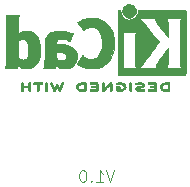
<source format=gbo>
%TF.GenerationSoftware,KiCad,Pcbnew,8.0.1*%
%TF.CreationDate,2024-04-02T12:30:46-07:00*%
%TF.ProjectId,proj1-led-torch,70726f6a-312d-46c6-9564-2d746f726368,0.1*%
%TF.SameCoordinates,Original*%
%TF.FileFunction,Legend,Bot*%
%TF.FilePolarity,Positive*%
%FSLAX46Y46*%
G04 Gerber Fmt 4.6, Leading zero omitted, Abs format (unit mm)*
G04 Created by KiCad (PCBNEW 8.0.1) date 2024-04-02 12:30:46*
%MOMM*%
%LPD*%
G01*
G04 APERTURE LIST*
%ADD10C,0.100000*%
%ADD11C,0.010000*%
G04 APERTURE END LIST*
D10*
X166462972Y-144922419D02*
X166129639Y-145922419D01*
X166129639Y-145922419D02*
X165796306Y-144922419D01*
X164939163Y-145922419D02*
X165510591Y-145922419D01*
X165224877Y-145922419D02*
X165224877Y-144922419D01*
X165224877Y-144922419D02*
X165320115Y-145065276D01*
X165320115Y-145065276D02*
X165415353Y-145160514D01*
X165415353Y-145160514D02*
X165510591Y-145208133D01*
X164510591Y-145827180D02*
X164462972Y-145874800D01*
X164462972Y-145874800D02*
X164510591Y-145922419D01*
X164510591Y-145922419D02*
X164558210Y-145874800D01*
X164558210Y-145874800D02*
X164510591Y-145827180D01*
X164510591Y-145827180D02*
X164510591Y-145922419D01*
X163843925Y-144922419D02*
X163748687Y-144922419D01*
X163748687Y-144922419D02*
X163653449Y-144970038D01*
X163653449Y-144970038D02*
X163605830Y-145017657D01*
X163605830Y-145017657D02*
X163558211Y-145112895D01*
X163558211Y-145112895D02*
X163510592Y-145303371D01*
X163510592Y-145303371D02*
X163510592Y-145541466D01*
X163510592Y-145541466D02*
X163558211Y-145731942D01*
X163558211Y-145731942D02*
X163605830Y-145827180D01*
X163605830Y-145827180D02*
X163653449Y-145874800D01*
X163653449Y-145874800D02*
X163748687Y-145922419D01*
X163748687Y-145922419D02*
X163843925Y-145922419D01*
X163843925Y-145922419D02*
X163939163Y-145874800D01*
X163939163Y-145874800D02*
X163986782Y-145827180D01*
X163986782Y-145827180D02*
X164034401Y-145731942D01*
X164034401Y-145731942D02*
X164082020Y-145541466D01*
X164082020Y-145541466D02*
X164082020Y-145303371D01*
X164082020Y-145303371D02*
X164034401Y-145112895D01*
X164034401Y-145112895D02*
X163986782Y-145017657D01*
X163986782Y-145017657D02*
X163939163Y-144970038D01*
X163939163Y-144970038D02*
X163843925Y-144922419D01*
D11*
%TO.C,REF\u002A\u002A*%
X160689698Y-137499141D02*
X160715419Y-137514839D01*
X160742070Y-137536419D01*
X160742070Y-138183876D01*
X160715419Y-138205456D01*
X160684059Y-138222931D01*
X160648258Y-138223767D01*
X160616820Y-138203274D01*
X160612944Y-138198608D01*
X160607478Y-138189141D01*
X160603271Y-138175459D01*
X160600159Y-138154940D01*
X160597979Y-138124960D01*
X160596568Y-138082896D01*
X160595763Y-138026124D01*
X160595399Y-137952022D01*
X160595314Y-137857965D01*
X160595314Y-137536419D01*
X160621965Y-137514839D01*
X160645678Y-137500069D01*
X160668692Y-137493259D01*
X160689698Y-137499141D01*
G36*
X160689698Y-137499141D02*
G01*
X160715419Y-137514839D01*
X160742070Y-137536419D01*
X160742070Y-138183876D01*
X160715419Y-138205456D01*
X160684059Y-138222931D01*
X160648258Y-138223767D01*
X160616820Y-138203274D01*
X160612944Y-138198608D01*
X160607478Y-138189141D01*
X160603271Y-138175459D01*
X160600159Y-138154940D01*
X160597979Y-138124960D01*
X160596568Y-138082896D01*
X160595763Y-138026124D01*
X160595399Y-137952022D01*
X160595314Y-137857965D01*
X160595314Y-137536419D01*
X160621965Y-137514839D01*
X160645678Y-137500069D01*
X160668692Y-137493259D01*
X160689698Y-137499141D01*
G37*
X167820429Y-137497655D02*
X167854583Y-137520968D01*
X167882292Y-137548677D01*
X167882292Y-137861729D01*
X167882251Y-137945759D01*
X167881993Y-138019981D01*
X167881322Y-138076733D01*
X167880044Y-138118704D01*
X167877965Y-138148581D01*
X167874891Y-138169053D01*
X167870626Y-138182806D01*
X167864976Y-138192529D01*
X167857747Y-138200909D01*
X167826283Y-138222373D01*
X167791118Y-138224139D01*
X167758114Y-138204459D01*
X167752808Y-138198590D01*
X167747358Y-138189506D01*
X167743192Y-138176165D01*
X167740138Y-138155949D01*
X167738024Y-138126241D01*
X167736678Y-138084424D01*
X167735930Y-138027881D01*
X167735606Y-137953994D01*
X167735537Y-137860148D01*
X167735576Y-137784486D01*
X167735831Y-137706577D01*
X167736475Y-137646567D01*
X167737679Y-137601840D01*
X167739616Y-137569777D01*
X167742456Y-137547763D01*
X167746371Y-137533179D01*
X167751534Y-137523410D01*
X167758114Y-137515837D01*
X167787298Y-137496815D01*
X167820429Y-137497655D01*
G36*
X167820429Y-137497655D02*
G01*
X167854583Y-137520968D01*
X167882292Y-137548677D01*
X167882292Y-137861729D01*
X167882251Y-137945759D01*
X167881993Y-138019981D01*
X167881322Y-138076733D01*
X167880044Y-138118704D01*
X167877965Y-138148581D01*
X167874891Y-138169053D01*
X167870626Y-138182806D01*
X167864976Y-138192529D01*
X167857747Y-138200909D01*
X167826283Y-138222373D01*
X167791118Y-138224139D01*
X167758114Y-138204459D01*
X167752808Y-138198590D01*
X167747358Y-138189506D01*
X167743192Y-138176165D01*
X167740138Y-138155949D01*
X167738024Y-138126241D01*
X167736678Y-138084424D01*
X167735930Y-138027881D01*
X167735606Y-137953994D01*
X167735537Y-137860148D01*
X167735576Y-137784486D01*
X167735831Y-137706577D01*
X167736475Y-137646567D01*
X167737679Y-137601840D01*
X167739616Y-137569777D01*
X167742456Y-137547763D01*
X167746371Y-137533179D01*
X167751534Y-137523410D01*
X167758114Y-137515837D01*
X167787298Y-137496815D01*
X167820429Y-137497655D01*
G37*
X167787012Y-130884581D02*
X167892536Y-130910436D01*
X167992560Y-130956841D01*
X168083934Y-131023803D01*
X168163505Y-131111328D01*
X168228120Y-131219426D01*
X168245443Y-131257506D01*
X168259477Y-131296103D01*
X168267352Y-131334689D01*
X168270803Y-131382415D01*
X168271568Y-131448433D01*
X168271105Y-131503381D01*
X168268319Y-131553880D01*
X168261487Y-131593280D01*
X168248904Y-131630628D01*
X168228864Y-131674973D01*
X168223066Y-131686791D01*
X168154545Y-131795001D01*
X168068365Y-131884033D01*
X167966972Y-131951797D01*
X167852811Y-131996206D01*
X167794234Y-132008598D01*
X167675399Y-132014397D01*
X167560300Y-131995634D01*
X167452312Y-131954232D01*
X167354809Y-131892115D01*
X167271168Y-131811207D01*
X167204763Y-131713432D01*
X167158969Y-131600714D01*
X167142214Y-131508471D01*
X167140705Y-131406677D01*
X167154332Y-131307660D01*
X167182445Y-131221892D01*
X167214930Y-131160573D01*
X167287247Y-131063288D01*
X167372978Y-130986507D01*
X167468973Y-130930238D01*
X167572079Y-130894490D01*
X167679142Y-130879268D01*
X167787012Y-130884581D01*
G36*
X167787012Y-130884581D02*
G01*
X167892536Y-130910436D01*
X167992560Y-130956841D01*
X168083934Y-131023803D01*
X168163505Y-131111328D01*
X168228120Y-131219426D01*
X168245443Y-131257506D01*
X168259477Y-131296103D01*
X168267352Y-131334689D01*
X168270803Y-131382415D01*
X168271568Y-131448433D01*
X168271105Y-131503381D01*
X168268319Y-131553880D01*
X168261487Y-131593280D01*
X168248904Y-131630628D01*
X168228864Y-131674973D01*
X168223066Y-131686791D01*
X168154545Y-131795001D01*
X168068365Y-131884033D01*
X167966972Y-131951797D01*
X167852811Y-131996206D01*
X167794234Y-132008598D01*
X167675399Y-132014397D01*
X167560300Y-131995634D01*
X167452312Y-131954232D01*
X167354809Y-131892115D01*
X167271168Y-131811207D01*
X167204763Y-131713432D01*
X167158969Y-131600714D01*
X167142214Y-131508471D01*
X167140705Y-131406677D01*
X167154332Y-131307660D01*
X167182445Y-131221892D01*
X167214930Y-131160573D01*
X167287247Y-131063288D01*
X167372978Y-130986507D01*
X167468973Y-130930238D01*
X167572079Y-130894490D01*
X167679142Y-130879268D01*
X167787012Y-130884581D01*
G37*
X159990059Y-137493260D02*
X160084182Y-137493350D01*
X160158697Y-137493690D01*
X160216103Y-137494431D01*
X160258903Y-137495727D01*
X160289596Y-137497729D01*
X160310683Y-137500588D01*
X160324665Y-137504458D01*
X160334042Y-137509490D01*
X160341314Y-137515837D01*
X160360120Y-137548554D01*
X160361567Y-137586131D01*
X160345209Y-137619370D01*
X160343849Y-137620823D01*
X160332646Y-137629184D01*
X160315544Y-137634739D01*
X160288374Y-137638032D01*
X160246970Y-137639610D01*
X160187165Y-137640014D01*
X160047803Y-137640014D01*
X160047803Y-137903781D01*
X160047728Y-137979609D01*
X160047320Y-138046275D01*
X160046338Y-138096059D01*
X160044542Y-138131976D01*
X160041691Y-138157042D01*
X160037545Y-138174273D01*
X160031863Y-138186684D01*
X160024406Y-138197292D01*
X160022116Y-138200098D01*
X159990938Y-138222740D01*
X159956558Y-138224304D01*
X159923626Y-138204459D01*
X159916647Y-138196383D01*
X159911175Y-138185785D01*
X159907155Y-138169941D01*
X159904364Y-138145965D01*
X159902580Y-138110966D01*
X159901581Y-138062056D01*
X159901144Y-137996346D01*
X159901048Y-137910948D01*
X159901048Y-137640014D01*
X159755112Y-137640014D01*
X159744012Y-137640013D01*
X159687494Y-137639788D01*
X159648650Y-137638649D01*
X159623257Y-137635849D01*
X159607096Y-137630642D01*
X159595944Y-137622281D01*
X159585581Y-137610018D01*
X159569733Y-137579330D01*
X159572835Y-137545550D01*
X159598479Y-137513014D01*
X159603421Y-137509297D01*
X159613630Y-137504461D01*
X159629056Y-137500698D01*
X159652178Y-137497875D01*
X159685475Y-137495862D01*
X159731429Y-137494525D01*
X159792520Y-137493734D01*
X159871227Y-137493355D01*
X159970032Y-137493259D01*
X159990059Y-137493260D01*
G36*
X159990059Y-137493260D02*
G01*
X160084182Y-137493350D01*
X160158697Y-137493690D01*
X160216103Y-137494431D01*
X160258903Y-137495727D01*
X160289596Y-137497729D01*
X160310683Y-137500588D01*
X160324665Y-137504458D01*
X160334042Y-137509490D01*
X160341314Y-137515837D01*
X160360120Y-137548554D01*
X160361567Y-137586131D01*
X160345209Y-137619370D01*
X160343849Y-137620823D01*
X160332646Y-137629184D01*
X160315544Y-137634739D01*
X160288374Y-137638032D01*
X160246970Y-137639610D01*
X160187165Y-137640014D01*
X160047803Y-137640014D01*
X160047803Y-137903781D01*
X160047728Y-137979609D01*
X160047320Y-138046275D01*
X160046338Y-138096059D01*
X160044542Y-138131976D01*
X160041691Y-138157042D01*
X160037545Y-138174273D01*
X160031863Y-138186684D01*
X160024406Y-138197292D01*
X160022116Y-138200098D01*
X159990938Y-138222740D01*
X159956558Y-138224304D01*
X159923626Y-138204459D01*
X159916647Y-138196383D01*
X159911175Y-138185785D01*
X159907155Y-138169941D01*
X159904364Y-138145965D01*
X159902580Y-138110966D01*
X159901581Y-138062056D01*
X159901144Y-137996346D01*
X159901048Y-137910948D01*
X159901048Y-137640014D01*
X159755112Y-137640014D01*
X159744012Y-137640013D01*
X159687494Y-137639788D01*
X159648650Y-137638649D01*
X159623257Y-137635849D01*
X159607096Y-137630642D01*
X159595944Y-137622281D01*
X159585581Y-137610018D01*
X159569733Y-137579330D01*
X159572835Y-137545550D01*
X159598479Y-137513014D01*
X159603421Y-137509297D01*
X159613630Y-137504461D01*
X159629056Y-137500698D01*
X159652178Y-137497875D01*
X159685475Y-137495862D01*
X159731429Y-137494525D01*
X159792520Y-137493734D01*
X159871227Y-137493355D01*
X159970032Y-137493259D01*
X159990059Y-137493260D01*
G37*
X159314026Y-137515837D02*
X159319658Y-137522027D01*
X159324748Y-137530233D01*
X159328835Y-137542009D01*
X159332013Y-137559468D01*
X159334379Y-137584722D01*
X159336030Y-137619882D01*
X159337061Y-137667061D01*
X159337569Y-137728369D01*
X159337651Y-137805919D01*
X159337401Y-137901823D01*
X159336917Y-138018192D01*
X159336849Y-138032367D01*
X159336263Y-138094129D01*
X159334940Y-138137812D01*
X159332395Y-138167193D01*
X159328140Y-138186047D01*
X159321688Y-138198151D01*
X159312554Y-138207281D01*
X159279096Y-138224698D01*
X159244148Y-138221796D01*
X159213245Y-138197292D01*
X159204236Y-138184089D01*
X159196784Y-138165553D01*
X159192416Y-138139525D01*
X159190361Y-138100979D01*
X159189848Y-138044892D01*
X159189848Y-137922237D01*
X158693137Y-137922237D01*
X158693137Y-138057063D01*
X158693064Y-138092854D01*
X158692301Y-138139184D01*
X158690125Y-138169718D01*
X158685828Y-138188749D01*
X158678704Y-138200566D01*
X158668047Y-138209463D01*
X158635796Y-138224533D01*
X158600509Y-138221865D01*
X158569778Y-138197292D01*
X158565123Y-138191037D01*
X158559187Y-138180513D01*
X158554656Y-138166583D01*
X158551340Y-138146509D01*
X158549051Y-138117552D01*
X158547600Y-138076972D01*
X158546797Y-138022032D01*
X158546454Y-137949991D01*
X158546381Y-137858112D01*
X158546381Y-137548677D01*
X158574090Y-137520968D01*
X158605469Y-137498725D01*
X158638698Y-137496036D01*
X158670559Y-137515837D01*
X158678845Y-137525607D01*
X158686257Y-137541499D01*
X158690594Y-137565467D01*
X158692630Y-137602340D01*
X158693137Y-137656948D01*
X158693137Y-137775481D01*
X159189848Y-137775481D01*
X159189848Y-137659968D01*
X159190286Y-137608270D01*
X159192250Y-137573746D01*
X159196766Y-137551170D01*
X159204859Y-137535318D01*
X159217557Y-137520968D01*
X159248935Y-137498725D01*
X159282164Y-137496036D01*
X159314026Y-137515837D01*
G36*
X159314026Y-137515837D02*
G01*
X159319658Y-137522027D01*
X159324748Y-137530233D01*
X159328835Y-137542009D01*
X159332013Y-137559468D01*
X159334379Y-137584722D01*
X159336030Y-137619882D01*
X159337061Y-137667061D01*
X159337569Y-137728369D01*
X159337651Y-137805919D01*
X159337401Y-137901823D01*
X159336917Y-138018192D01*
X159336849Y-138032367D01*
X159336263Y-138094129D01*
X159334940Y-138137812D01*
X159332395Y-138167193D01*
X159328140Y-138186047D01*
X159321688Y-138198151D01*
X159312554Y-138207281D01*
X159279096Y-138224698D01*
X159244148Y-138221796D01*
X159213245Y-138197292D01*
X159204236Y-138184089D01*
X159196784Y-138165553D01*
X159192416Y-138139525D01*
X159190361Y-138100979D01*
X159189848Y-138044892D01*
X159189848Y-137922237D01*
X158693137Y-137922237D01*
X158693137Y-138057063D01*
X158693064Y-138092854D01*
X158692301Y-138139184D01*
X158690125Y-138169718D01*
X158685828Y-138188749D01*
X158678704Y-138200566D01*
X158668047Y-138209463D01*
X158635796Y-138224533D01*
X158600509Y-138221865D01*
X158569778Y-138197292D01*
X158565123Y-138191037D01*
X158559187Y-138180513D01*
X158554656Y-138166583D01*
X158551340Y-138146509D01*
X158549051Y-138117552D01*
X158547600Y-138076972D01*
X158546797Y-138022032D01*
X158546454Y-137949991D01*
X158546381Y-137858112D01*
X158546381Y-137548677D01*
X158574090Y-137520968D01*
X158605469Y-137498725D01*
X158638698Y-137496036D01*
X158670559Y-137515837D01*
X158678845Y-137525607D01*
X158686257Y-137541499D01*
X158690594Y-137565467D01*
X158692630Y-137602340D01*
X158693137Y-137656948D01*
X158693137Y-137775481D01*
X159189848Y-137775481D01*
X159189848Y-137659968D01*
X159190286Y-137608270D01*
X159192250Y-137573746D01*
X159196766Y-137551170D01*
X159204859Y-137535318D01*
X159217557Y-137520968D01*
X159248935Y-137498725D01*
X159282164Y-137496036D01*
X159314026Y-137515837D01*
G37*
X164019425Y-138104588D02*
X164017455Y-138137367D01*
X164014527Y-138160287D01*
X164010450Y-138176089D01*
X164005035Y-138187511D01*
X163998095Y-138197292D01*
X163974698Y-138227037D01*
X163809006Y-138226443D01*
X163774210Y-138226145D01*
X163675727Y-138222714D01*
X163594765Y-138215031D01*
X163527671Y-138202474D01*
X163470788Y-138184419D01*
X163420461Y-138160244D01*
X163417102Y-138158327D01*
X163359290Y-138121609D01*
X163316936Y-138084643D01*
X163284120Y-138041158D01*
X163254920Y-137984881D01*
X163250638Y-137975265D01*
X163228061Y-137912079D01*
X163222326Y-137866525D01*
X163371571Y-137866525D01*
X163377184Y-137891253D01*
X163382910Y-137907131D01*
X163415840Y-137967039D01*
X163463178Y-138012792D01*
X163526944Y-138045928D01*
X163609153Y-138067982D01*
X163611947Y-138068484D01*
X163658232Y-138074447D01*
X163714628Y-138078675D01*
X163769566Y-138080281D01*
X163863448Y-138080281D01*
X163863448Y-137640014D01*
X163775959Y-137640462D01*
X163709039Y-137642938D01*
X163616641Y-137654190D01*
X163537326Y-137673729D01*
X163475352Y-137700703D01*
X163444412Y-137721432D01*
X163416292Y-137751198D01*
X163392952Y-137793626D01*
X163385825Y-137809592D01*
X163374001Y-137842094D01*
X163371571Y-137866525D01*
X163222326Y-137866525D01*
X163221089Y-137856701D01*
X163229691Y-137801675D01*
X163253833Y-137739543D01*
X163254629Y-137737850D01*
X163295080Y-137668428D01*
X163345765Y-137611830D01*
X163408490Y-137567262D01*
X163485066Y-137533933D01*
X163577301Y-137511053D01*
X163687004Y-137497828D01*
X163815983Y-137493467D01*
X163819555Y-137493462D01*
X163879575Y-137493602D01*
X163921506Y-137494638D01*
X163949620Y-137497232D01*
X163968189Y-137502045D01*
X163981486Y-137509736D01*
X163993783Y-137520968D01*
X164021492Y-137548677D01*
X164021492Y-137858112D01*
X164021467Y-137919718D01*
X164021242Y-137998503D01*
X164020624Y-138059213D01*
X164020067Y-138080281D01*
X164019425Y-138104588D01*
G36*
X164019425Y-138104588D02*
G01*
X164017455Y-138137367D01*
X164014527Y-138160287D01*
X164010450Y-138176089D01*
X164005035Y-138187511D01*
X163998095Y-138197292D01*
X163974698Y-138227037D01*
X163809006Y-138226443D01*
X163774210Y-138226145D01*
X163675727Y-138222714D01*
X163594765Y-138215031D01*
X163527671Y-138202474D01*
X163470788Y-138184419D01*
X163420461Y-138160244D01*
X163417102Y-138158327D01*
X163359290Y-138121609D01*
X163316936Y-138084643D01*
X163284120Y-138041158D01*
X163254920Y-137984881D01*
X163250638Y-137975265D01*
X163228061Y-137912079D01*
X163222326Y-137866525D01*
X163371571Y-137866525D01*
X163377184Y-137891253D01*
X163382910Y-137907131D01*
X163415840Y-137967039D01*
X163463178Y-138012792D01*
X163526944Y-138045928D01*
X163609153Y-138067982D01*
X163611947Y-138068484D01*
X163658232Y-138074447D01*
X163714628Y-138078675D01*
X163769566Y-138080281D01*
X163863448Y-138080281D01*
X163863448Y-137640014D01*
X163775959Y-137640462D01*
X163709039Y-137642938D01*
X163616641Y-137654190D01*
X163537326Y-137673729D01*
X163475352Y-137700703D01*
X163444412Y-137721432D01*
X163416292Y-137751198D01*
X163392952Y-137793626D01*
X163385825Y-137809592D01*
X163374001Y-137842094D01*
X163371571Y-137866525D01*
X163222326Y-137866525D01*
X163221089Y-137856701D01*
X163229691Y-137801675D01*
X163253833Y-137739543D01*
X163254629Y-137737850D01*
X163295080Y-137668428D01*
X163345765Y-137611830D01*
X163408490Y-137567262D01*
X163485066Y-137533933D01*
X163577301Y-137511053D01*
X163687004Y-137497828D01*
X163815983Y-137493467D01*
X163819555Y-137493462D01*
X163879575Y-137493602D01*
X163921506Y-137494638D01*
X163949620Y-137497232D01*
X163968189Y-137502045D01*
X163981486Y-137509736D01*
X163993783Y-137520968D01*
X164021492Y-137548677D01*
X164021492Y-137858112D01*
X164021467Y-137919718D01*
X164021242Y-137998503D01*
X164020624Y-138059213D01*
X164020067Y-138080281D01*
X164019425Y-138104588D01*
G37*
X171111109Y-137678619D02*
X171111162Y-137759233D01*
X171110914Y-137860148D01*
X171110875Y-137935809D01*
X171110620Y-138013718D01*
X171109976Y-138073728D01*
X171108772Y-138118456D01*
X171106835Y-138150518D01*
X171103995Y-138172532D01*
X171100080Y-138187116D01*
X171094918Y-138196886D01*
X171088337Y-138204459D01*
X171081369Y-138210693D01*
X171068371Y-138217993D01*
X171049223Y-138222746D01*
X171019820Y-138225484D01*
X170976054Y-138226737D01*
X170913820Y-138227037D01*
X170864874Y-138226661D01*
X170758014Y-138222233D01*
X170668786Y-138212145D01*
X170593988Y-138195557D01*
X170530417Y-138171627D01*
X170474871Y-138139513D01*
X170424146Y-138098374D01*
X170418158Y-138092522D01*
X170381291Y-138044013D01*
X170350191Y-137983205D01*
X170328709Y-137918961D01*
X170323428Y-137880218D01*
X170470645Y-137880218D01*
X170488927Y-137931153D01*
X170518597Y-137977070D01*
X170565294Y-138019479D01*
X170626684Y-138049282D01*
X170705830Y-138068418D01*
X170707320Y-138068656D01*
X170756291Y-138074448D01*
X170814985Y-138078588D01*
X170871026Y-138080196D01*
X170964159Y-138080281D01*
X170964159Y-137640014D01*
X170887959Y-137640000D01*
X170884931Y-137640009D01*
X170833811Y-137641974D01*
X170773708Y-137646699D01*
X170717000Y-137653227D01*
X170667042Y-137662523D01*
X170592290Y-137688792D01*
X170534781Y-137728091D01*
X170493280Y-137781125D01*
X170472063Y-137832392D01*
X170470645Y-137880218D01*
X170323428Y-137880218D01*
X170320692Y-137860148D01*
X170321971Y-137838931D01*
X170334283Y-137781515D01*
X170356812Y-137721605D01*
X170386042Y-137667555D01*
X170418459Y-137627724D01*
X170438000Y-137610702D01*
X170492712Y-137571514D01*
X170553015Y-137541385D01*
X170622211Y-137519424D01*
X170703603Y-137504742D01*
X170800492Y-137496451D01*
X170916181Y-137493659D01*
X170955663Y-137493258D01*
X171001374Y-137492845D01*
X171037175Y-137494649D01*
X171064266Y-137500931D01*
X171083848Y-137513951D01*
X171097122Y-137535970D01*
X171105290Y-137569247D01*
X171109552Y-137616043D01*
X171110149Y-137640014D01*
X171111109Y-137678619D01*
G36*
X171111109Y-137678619D02*
G01*
X171111162Y-137759233D01*
X171110914Y-137860148D01*
X171110875Y-137935809D01*
X171110620Y-138013718D01*
X171109976Y-138073728D01*
X171108772Y-138118456D01*
X171106835Y-138150518D01*
X171103995Y-138172532D01*
X171100080Y-138187116D01*
X171094918Y-138196886D01*
X171088337Y-138204459D01*
X171081369Y-138210693D01*
X171068371Y-138217993D01*
X171049223Y-138222746D01*
X171019820Y-138225484D01*
X170976054Y-138226737D01*
X170913820Y-138227037D01*
X170864874Y-138226661D01*
X170758014Y-138222233D01*
X170668786Y-138212145D01*
X170593988Y-138195557D01*
X170530417Y-138171627D01*
X170474871Y-138139513D01*
X170424146Y-138098374D01*
X170418158Y-138092522D01*
X170381291Y-138044013D01*
X170350191Y-137983205D01*
X170328709Y-137918961D01*
X170323428Y-137880218D01*
X170470645Y-137880218D01*
X170488927Y-137931153D01*
X170518597Y-137977070D01*
X170565294Y-138019479D01*
X170626684Y-138049282D01*
X170705830Y-138068418D01*
X170707320Y-138068656D01*
X170756291Y-138074448D01*
X170814985Y-138078588D01*
X170871026Y-138080196D01*
X170964159Y-138080281D01*
X170964159Y-137640014D01*
X170887959Y-137640000D01*
X170884931Y-137640009D01*
X170833811Y-137641974D01*
X170773708Y-137646699D01*
X170717000Y-137653227D01*
X170667042Y-137662523D01*
X170592290Y-137688792D01*
X170534781Y-137728091D01*
X170493280Y-137781125D01*
X170472063Y-137832392D01*
X170470645Y-137880218D01*
X170323428Y-137880218D01*
X170320692Y-137860148D01*
X170321971Y-137838931D01*
X170334283Y-137781515D01*
X170356812Y-137721605D01*
X170386042Y-137667555D01*
X170418459Y-137627724D01*
X170438000Y-137610702D01*
X170492712Y-137571514D01*
X170553015Y-137541385D01*
X170622211Y-137519424D01*
X170703603Y-137504742D01*
X170800492Y-137496451D01*
X170916181Y-137493659D01*
X170955663Y-137493258D01*
X171001374Y-137492845D01*
X171037175Y-137494649D01*
X171064266Y-137500931D01*
X171083848Y-137513951D01*
X171097122Y-137535970D01*
X171105290Y-137569247D01*
X171109552Y-137616043D01*
X171110149Y-137640014D01*
X171111109Y-137678619D01*
G37*
X166166185Y-137492084D02*
X166177593Y-137498221D01*
X166188142Y-137508883D01*
X166199428Y-137523003D01*
X166203881Y-137528964D01*
X166209880Y-137539460D01*
X166214459Y-137553285D01*
X166217811Y-137573190D01*
X166220125Y-137601924D01*
X166221593Y-137642237D01*
X166222405Y-137696879D01*
X166222752Y-137768599D01*
X166222826Y-137860148D01*
X166222803Y-137918678D01*
X166222584Y-137997765D01*
X166221975Y-138058708D01*
X166220784Y-138104254D01*
X166218821Y-138137155D01*
X166215895Y-138160160D01*
X166211815Y-138176018D01*
X166206389Y-138187478D01*
X166199428Y-138197292D01*
X166169000Y-138221685D01*
X166134057Y-138224564D01*
X166097076Y-138205474D01*
X166092892Y-138201999D01*
X166084716Y-138193471D01*
X166078656Y-138181920D01*
X166074273Y-138164088D01*
X166071131Y-138136716D01*
X166068794Y-138096546D01*
X166066823Y-138040320D01*
X166064781Y-137964781D01*
X166059137Y-137745650D01*
X165793848Y-137986291D01*
X165720014Y-138053067D01*
X165654834Y-138111183D01*
X165602640Y-138156141D01*
X165561565Y-138189063D01*
X165529747Y-138211071D01*
X165505318Y-138223286D01*
X165486416Y-138226831D01*
X165471175Y-138222828D01*
X165457731Y-138212399D01*
X165444219Y-138196666D01*
X165437974Y-138188183D01*
X165432342Y-138177605D01*
X165428131Y-138163447D01*
X165425179Y-138142995D01*
X165423324Y-138113534D01*
X165422405Y-138072353D01*
X165422260Y-138016736D01*
X165422727Y-137943971D01*
X165423644Y-137851343D01*
X165426959Y-137536391D01*
X165453610Y-137514825D01*
X165479675Y-137498633D01*
X165512533Y-137495862D01*
X165547064Y-137514815D01*
X165551376Y-137518400D01*
X165559508Y-137526929D01*
X165565537Y-137538521D01*
X165569898Y-137556427D01*
X165573026Y-137583898D01*
X165575355Y-137624186D01*
X165577321Y-137680543D01*
X165579359Y-137756221D01*
X165585003Y-137976070D01*
X165765626Y-137812276D01*
X165852364Y-137733643D01*
X165928135Y-137665250D01*
X165990272Y-137609900D01*
X166040370Y-137566530D01*
X166080027Y-137534073D01*
X166110840Y-137511465D01*
X166134406Y-137497640D01*
X166152322Y-137491535D01*
X166166185Y-137492084D01*
G36*
X166166185Y-137492084D02*
G01*
X166177593Y-137498221D01*
X166188142Y-137508883D01*
X166199428Y-137523003D01*
X166203881Y-137528964D01*
X166209880Y-137539460D01*
X166214459Y-137553285D01*
X166217811Y-137573190D01*
X166220125Y-137601924D01*
X166221593Y-137642237D01*
X166222405Y-137696879D01*
X166222752Y-137768599D01*
X166222826Y-137860148D01*
X166222803Y-137918678D01*
X166222584Y-137997765D01*
X166221975Y-138058708D01*
X166220784Y-138104254D01*
X166218821Y-138137155D01*
X166215895Y-138160160D01*
X166211815Y-138176018D01*
X166206389Y-138187478D01*
X166199428Y-138197292D01*
X166169000Y-138221685D01*
X166134057Y-138224564D01*
X166097076Y-138205474D01*
X166092892Y-138201999D01*
X166084716Y-138193471D01*
X166078656Y-138181920D01*
X166074273Y-138164088D01*
X166071131Y-138136716D01*
X166068794Y-138096546D01*
X166066823Y-138040320D01*
X166064781Y-137964781D01*
X166059137Y-137745650D01*
X165793848Y-137986291D01*
X165720014Y-138053067D01*
X165654834Y-138111183D01*
X165602640Y-138156141D01*
X165561565Y-138189063D01*
X165529747Y-138211071D01*
X165505318Y-138223286D01*
X165486416Y-138226831D01*
X165471175Y-138222828D01*
X165457731Y-138212399D01*
X165444219Y-138196666D01*
X165437974Y-138188183D01*
X165432342Y-138177605D01*
X165428131Y-138163447D01*
X165425179Y-138142995D01*
X165423324Y-138113534D01*
X165422405Y-138072353D01*
X165422260Y-138016736D01*
X165422727Y-137943971D01*
X165423644Y-137851343D01*
X165426959Y-137536391D01*
X165453610Y-137514825D01*
X165479675Y-137498633D01*
X165512533Y-137495862D01*
X165547064Y-137514815D01*
X165551376Y-137518400D01*
X165559508Y-137526929D01*
X165565537Y-137538521D01*
X165569898Y-137556427D01*
X165573026Y-137583898D01*
X165575355Y-137624186D01*
X165577321Y-137680543D01*
X165579359Y-137756221D01*
X165585003Y-137976070D01*
X165765626Y-137812276D01*
X165852364Y-137733643D01*
X165928135Y-137665250D01*
X165990272Y-137609900D01*
X166040370Y-137566530D01*
X166080027Y-137534073D01*
X166110840Y-137511465D01*
X166134406Y-137497640D01*
X166152322Y-137491535D01*
X166166185Y-137492084D01*
G37*
X166963442Y-137498371D02*
X167069449Y-137514686D01*
X167163261Y-137542737D01*
X167242057Y-137581644D01*
X167303011Y-137630526D01*
X167329081Y-137663387D01*
X167358589Y-137712586D01*
X167383860Y-137766444D01*
X167401510Y-137817611D01*
X167408150Y-137858736D01*
X167406590Y-137878451D01*
X167393649Y-137929784D01*
X167370486Y-137986310D01*
X167340594Y-138040227D01*
X167307465Y-138083731D01*
X167297269Y-138094079D01*
X167230184Y-138145854D01*
X167150058Y-138185746D01*
X167063848Y-138210148D01*
X167008884Y-138218260D01*
X166915431Y-138224865D01*
X166825650Y-138222778D01*
X166743161Y-138212532D01*
X166671578Y-138194662D01*
X166614520Y-138169700D01*
X166575603Y-138138180D01*
X166574228Y-138136204D01*
X166567140Y-138110978D01*
X166562901Y-138063727D01*
X166561492Y-137994263D01*
X166562352Y-137932030D01*
X166567072Y-137884648D01*
X166578762Y-137852545D01*
X166600531Y-137832992D01*
X166635490Y-137823262D01*
X166686748Y-137820625D01*
X166757415Y-137822353D01*
X166806035Y-137825365D01*
X166856231Y-137833558D01*
X166888725Y-137847611D01*
X166906184Y-137868846D01*
X166911275Y-137898586D01*
X166911169Y-137903128D01*
X166902467Y-137937922D01*
X166878457Y-137961339D01*
X166837192Y-137974539D01*
X166776723Y-137978681D01*
X166708248Y-137978681D01*
X166708248Y-138017033D01*
X166708298Y-138026168D01*
X166710519Y-138043419D01*
X166719786Y-138053713D01*
X166741167Y-138060651D01*
X166779728Y-138067833D01*
X166785202Y-138068767D01*
X166882152Y-138078670D01*
X166972144Y-138075751D01*
X167053052Y-138061021D01*
X167122751Y-138035491D01*
X167179116Y-138000170D01*
X167220021Y-137956071D01*
X167243343Y-137904204D01*
X167246955Y-137845580D01*
X167241437Y-137816686D01*
X167214753Y-137760796D01*
X167168565Y-137715137D01*
X167103583Y-137680300D01*
X167020521Y-137656882D01*
X166995847Y-137652433D01*
X166906518Y-137641934D01*
X166826711Y-137643163D01*
X166748618Y-137656098D01*
X166713475Y-137662888D01*
X166668037Y-137663905D01*
X166636722Y-137651374D01*
X166616569Y-137624587D01*
X166610185Y-137596340D01*
X166619671Y-137565116D01*
X166629000Y-137551691D01*
X166663235Y-137528159D01*
X166715857Y-137510287D01*
X166784373Y-137498791D01*
X166866292Y-137494384D01*
X166963442Y-137498371D01*
G36*
X166963442Y-137498371D02*
G01*
X167069449Y-137514686D01*
X167163261Y-137542737D01*
X167242057Y-137581644D01*
X167303011Y-137630526D01*
X167329081Y-137663387D01*
X167358589Y-137712586D01*
X167383860Y-137766444D01*
X167401510Y-137817611D01*
X167408150Y-137858736D01*
X167406590Y-137878451D01*
X167393649Y-137929784D01*
X167370486Y-137986310D01*
X167340594Y-138040227D01*
X167307465Y-138083731D01*
X167297269Y-138094079D01*
X167230184Y-138145854D01*
X167150058Y-138185746D01*
X167063848Y-138210148D01*
X167008884Y-138218260D01*
X166915431Y-138224865D01*
X166825650Y-138222778D01*
X166743161Y-138212532D01*
X166671578Y-138194662D01*
X166614520Y-138169700D01*
X166575603Y-138138180D01*
X166574228Y-138136204D01*
X166567140Y-138110978D01*
X166562901Y-138063727D01*
X166561492Y-137994263D01*
X166562352Y-137932030D01*
X166567072Y-137884648D01*
X166578762Y-137852545D01*
X166600531Y-137832992D01*
X166635490Y-137823262D01*
X166686748Y-137820625D01*
X166757415Y-137822353D01*
X166806035Y-137825365D01*
X166856231Y-137833558D01*
X166888725Y-137847611D01*
X166906184Y-137868846D01*
X166911275Y-137898586D01*
X166911169Y-137903128D01*
X166902467Y-137937922D01*
X166878457Y-137961339D01*
X166837192Y-137974539D01*
X166776723Y-137978681D01*
X166708248Y-137978681D01*
X166708248Y-138017033D01*
X166708298Y-138026168D01*
X166710519Y-138043419D01*
X166719786Y-138053713D01*
X166741167Y-138060651D01*
X166779728Y-138067833D01*
X166785202Y-138068767D01*
X166882152Y-138078670D01*
X166972144Y-138075751D01*
X167053052Y-138061021D01*
X167122751Y-138035491D01*
X167179116Y-138000170D01*
X167220021Y-137956071D01*
X167243343Y-137904204D01*
X167246955Y-137845580D01*
X167241437Y-137816686D01*
X167214753Y-137760796D01*
X167168565Y-137715137D01*
X167103583Y-137680300D01*
X167020521Y-137656882D01*
X166995847Y-137652433D01*
X166906518Y-137641934D01*
X166826711Y-137643163D01*
X166748618Y-137656098D01*
X166713475Y-137662888D01*
X166668037Y-137663905D01*
X166636722Y-137651374D01*
X166616569Y-137624587D01*
X166610185Y-137596340D01*
X166619671Y-137565116D01*
X166629000Y-137551691D01*
X166663235Y-137528159D01*
X166715857Y-137510287D01*
X166784373Y-137498791D01*
X166866292Y-137494384D01*
X166963442Y-137498371D01*
G37*
X165014095Y-137523003D02*
X165019044Y-137529687D01*
X165024888Y-137540258D01*
X165029349Y-137554345D01*
X165032613Y-137574670D01*
X165034866Y-137603957D01*
X165036294Y-137644929D01*
X165037084Y-137700309D01*
X165037421Y-137772820D01*
X165037492Y-137865186D01*
X165037463Y-137931103D01*
X165037231Y-138009420D01*
X165036611Y-138069688D01*
X165035418Y-138114585D01*
X165033471Y-138146794D01*
X165030586Y-138168992D01*
X165026580Y-138183861D01*
X165021271Y-138194081D01*
X165014475Y-138202330D01*
X165009960Y-138206987D01*
X165001730Y-138213474D01*
X164990370Y-138218386D01*
X164973102Y-138221941D01*
X164947147Y-138224359D01*
X164909728Y-138225859D01*
X164858065Y-138226659D01*
X164789381Y-138226979D01*
X164700898Y-138227037D01*
X164681223Y-138227030D01*
X164594198Y-138226764D01*
X164526546Y-138225998D01*
X164475591Y-138224584D01*
X164438659Y-138222372D01*
X164413075Y-138219214D01*
X164396163Y-138214961D01*
X164385249Y-138209463D01*
X164374756Y-138199477D01*
X164361495Y-138168360D01*
X164362678Y-138132472D01*
X164378842Y-138100925D01*
X164381031Y-138098649D01*
X164389719Y-138092381D01*
X164403061Y-138087715D01*
X164424044Y-138084419D01*
X164455655Y-138082260D01*
X164500882Y-138081006D01*
X164562712Y-138080423D01*
X164644131Y-138080281D01*
X164890737Y-138080281D01*
X164890737Y-137922237D01*
X164728298Y-137922237D01*
X164692630Y-137922156D01*
X164636860Y-137921359D01*
X164597722Y-137919354D01*
X164571268Y-137915713D01*
X164553551Y-137910004D01*
X164540621Y-137901799D01*
X164536978Y-137898615D01*
X164518570Y-137867640D01*
X164517936Y-137831304D01*
X164535475Y-137797685D01*
X164535537Y-137797616D01*
X164545208Y-137788990D01*
X164558501Y-137782934D01*
X164579209Y-137779003D01*
X164611120Y-137776748D01*
X164658026Y-137775723D01*
X164723716Y-137775481D01*
X164891863Y-137775481D01*
X164888478Y-137710570D01*
X164885092Y-137645659D01*
X164643015Y-137642606D01*
X164617999Y-137642278D01*
X164536379Y-137640798D01*
X164474060Y-137638414D01*
X164428446Y-137634419D01*
X164396944Y-137628105D01*
X164376959Y-137618766D01*
X164365896Y-137605695D01*
X164361161Y-137588184D01*
X164360159Y-137565527D01*
X164360165Y-137563162D01*
X164361319Y-137543131D01*
X164366116Y-137527338D01*
X164376924Y-137515282D01*
X164396109Y-137506459D01*
X164426037Y-137500367D01*
X164469075Y-137496503D01*
X164527591Y-137494366D01*
X164603949Y-137493452D01*
X164700518Y-137493259D01*
X164990698Y-137493259D01*
X165014095Y-137523003D01*
G36*
X165014095Y-137523003D02*
G01*
X165019044Y-137529687D01*
X165024888Y-137540258D01*
X165029349Y-137554345D01*
X165032613Y-137574670D01*
X165034866Y-137603957D01*
X165036294Y-137644929D01*
X165037084Y-137700309D01*
X165037421Y-137772820D01*
X165037492Y-137865186D01*
X165037463Y-137931103D01*
X165037231Y-138009420D01*
X165036611Y-138069688D01*
X165035418Y-138114585D01*
X165033471Y-138146794D01*
X165030586Y-138168992D01*
X165026580Y-138183861D01*
X165021271Y-138194081D01*
X165014475Y-138202330D01*
X165009960Y-138206987D01*
X165001730Y-138213474D01*
X164990370Y-138218386D01*
X164973102Y-138221941D01*
X164947147Y-138224359D01*
X164909728Y-138225859D01*
X164858065Y-138226659D01*
X164789381Y-138226979D01*
X164700898Y-138227037D01*
X164681223Y-138227030D01*
X164594198Y-138226764D01*
X164526546Y-138225998D01*
X164475591Y-138224584D01*
X164438659Y-138222372D01*
X164413075Y-138219214D01*
X164396163Y-138214961D01*
X164385249Y-138209463D01*
X164374756Y-138199477D01*
X164361495Y-138168360D01*
X164362678Y-138132472D01*
X164378842Y-138100925D01*
X164381031Y-138098649D01*
X164389719Y-138092381D01*
X164403061Y-138087715D01*
X164424044Y-138084419D01*
X164455655Y-138082260D01*
X164500882Y-138081006D01*
X164562712Y-138080423D01*
X164644131Y-138080281D01*
X164890737Y-138080281D01*
X164890737Y-137922237D01*
X164728298Y-137922237D01*
X164692630Y-137922156D01*
X164636860Y-137921359D01*
X164597722Y-137919354D01*
X164571268Y-137915713D01*
X164553551Y-137910004D01*
X164540621Y-137901799D01*
X164536978Y-137898615D01*
X164518570Y-137867640D01*
X164517936Y-137831304D01*
X164535475Y-137797685D01*
X164535537Y-137797616D01*
X164545208Y-137788990D01*
X164558501Y-137782934D01*
X164579209Y-137779003D01*
X164611120Y-137776748D01*
X164658026Y-137775723D01*
X164723716Y-137775481D01*
X164891863Y-137775481D01*
X164888478Y-137710570D01*
X164885092Y-137645659D01*
X164643015Y-137642606D01*
X164617999Y-137642278D01*
X164536379Y-137640798D01*
X164474060Y-137638414D01*
X164428446Y-137634419D01*
X164396944Y-137628105D01*
X164376959Y-137618766D01*
X164365896Y-137605695D01*
X164361161Y-137588184D01*
X164360159Y-137565527D01*
X164360165Y-137563162D01*
X164361319Y-137543131D01*
X164366116Y-137527338D01*
X164376924Y-137515282D01*
X164396109Y-137506459D01*
X164426037Y-137500367D01*
X164469075Y-137496503D01*
X164527591Y-137494366D01*
X164603949Y-137493452D01*
X164700518Y-137493259D01*
X164990698Y-137493259D01*
X165014095Y-137523003D01*
G37*
X169691026Y-137493275D02*
X169768123Y-137493467D01*
X169827069Y-137494052D01*
X169870656Y-137495243D01*
X169901675Y-137497256D01*
X169922917Y-137500304D01*
X169937174Y-137504601D01*
X169947237Y-137510364D01*
X169955898Y-137517804D01*
X169957683Y-137519485D01*
X169964927Y-137527024D01*
X169970569Y-137536042D01*
X169974809Y-137549176D01*
X169977848Y-137569064D01*
X169979886Y-137598343D01*
X169981122Y-137639650D01*
X169981757Y-137695623D01*
X169981992Y-137768899D01*
X169982026Y-137862115D01*
X169981989Y-137934905D01*
X169981740Y-138013081D01*
X169981104Y-138073295D01*
X169979907Y-138118174D01*
X169977976Y-138150344D01*
X169975138Y-138172431D01*
X169971219Y-138187062D01*
X169966047Y-138196862D01*
X169959448Y-138204459D01*
X169956114Y-138207636D01*
X169947592Y-138213746D01*
X169935590Y-138218421D01*
X169917379Y-138221851D01*
X169890232Y-138224228D01*
X169851421Y-138225744D01*
X169798216Y-138226590D01*
X169727890Y-138226957D01*
X169637714Y-138227037D01*
X169595606Y-138227025D01*
X169514459Y-138226843D01*
X169451967Y-138226290D01*
X169405401Y-138225174D01*
X169372033Y-138223305D01*
X169349136Y-138220490D01*
X169333980Y-138216538D01*
X169323838Y-138211258D01*
X169315981Y-138204459D01*
X169301255Y-138182859D01*
X169293403Y-138153659D01*
X169298902Y-138129752D01*
X169315981Y-138102859D01*
X169320960Y-138098251D01*
X169330735Y-138091964D01*
X169344851Y-138087338D01*
X169366346Y-138084122D01*
X169398260Y-138082062D01*
X169443634Y-138080904D01*
X169505505Y-138080394D01*
X169586914Y-138080281D01*
X169835270Y-138080281D01*
X169835270Y-137922237D01*
X169674093Y-137922237D01*
X169638275Y-137922091D01*
X169572651Y-137920368D01*
X169525410Y-137915933D01*
X169493675Y-137907829D01*
X169474569Y-137895098D01*
X169465215Y-137876784D01*
X169462737Y-137851930D01*
X169463534Y-137831674D01*
X169468786Y-137809848D01*
X169481580Y-137794496D01*
X169504920Y-137784501D01*
X169541809Y-137778745D01*
X169595251Y-137776111D01*
X169668250Y-137775481D01*
X169836397Y-137775481D01*
X169833011Y-137710570D01*
X169829626Y-137645659D01*
X169581909Y-137642610D01*
X169519318Y-137641731D01*
X169450857Y-137640287D01*
X169399953Y-137638356D01*
X169363700Y-137635706D01*
X169339193Y-137632102D01*
X169323527Y-137627313D01*
X169313798Y-137621105D01*
X169307783Y-137614702D01*
X169294774Y-137583020D01*
X169298335Y-137547334D01*
X169318110Y-137516276D01*
X169321361Y-137513353D01*
X169330341Y-137507002D01*
X169342445Y-137502149D01*
X169360451Y-137498595D01*
X169387139Y-137496138D01*
X169425289Y-137494577D01*
X169477678Y-137493710D01*
X169547086Y-137493338D01*
X169636293Y-137493259D01*
X169691026Y-137493275D01*
G36*
X169691026Y-137493275D02*
G01*
X169768123Y-137493467D01*
X169827069Y-137494052D01*
X169870656Y-137495243D01*
X169901675Y-137497256D01*
X169922917Y-137500304D01*
X169937174Y-137504601D01*
X169947237Y-137510364D01*
X169955898Y-137517804D01*
X169957683Y-137519485D01*
X169964927Y-137527024D01*
X169970569Y-137536042D01*
X169974809Y-137549176D01*
X169977848Y-137569064D01*
X169979886Y-137598343D01*
X169981122Y-137639650D01*
X169981757Y-137695623D01*
X169981992Y-137768899D01*
X169982026Y-137862115D01*
X169981989Y-137934905D01*
X169981740Y-138013081D01*
X169981104Y-138073295D01*
X169979907Y-138118174D01*
X169977976Y-138150344D01*
X169975138Y-138172431D01*
X169971219Y-138187062D01*
X169966047Y-138196862D01*
X169959448Y-138204459D01*
X169956114Y-138207636D01*
X169947592Y-138213746D01*
X169935590Y-138218421D01*
X169917379Y-138221851D01*
X169890232Y-138224228D01*
X169851421Y-138225744D01*
X169798216Y-138226590D01*
X169727890Y-138226957D01*
X169637714Y-138227037D01*
X169595606Y-138227025D01*
X169514459Y-138226843D01*
X169451967Y-138226290D01*
X169405401Y-138225174D01*
X169372033Y-138223305D01*
X169349136Y-138220490D01*
X169333980Y-138216538D01*
X169323838Y-138211258D01*
X169315981Y-138204459D01*
X169301255Y-138182859D01*
X169293403Y-138153659D01*
X169298902Y-138129752D01*
X169315981Y-138102859D01*
X169320960Y-138098251D01*
X169330735Y-138091964D01*
X169344851Y-138087338D01*
X169366346Y-138084122D01*
X169398260Y-138082062D01*
X169443634Y-138080904D01*
X169505505Y-138080394D01*
X169586914Y-138080281D01*
X169835270Y-138080281D01*
X169835270Y-137922237D01*
X169674093Y-137922237D01*
X169638275Y-137922091D01*
X169572651Y-137920368D01*
X169525410Y-137915933D01*
X169493675Y-137907829D01*
X169474569Y-137895098D01*
X169465215Y-137876784D01*
X169462737Y-137851930D01*
X169463534Y-137831674D01*
X169468786Y-137809848D01*
X169481580Y-137794496D01*
X169504920Y-137784501D01*
X169541809Y-137778745D01*
X169595251Y-137776111D01*
X169668250Y-137775481D01*
X169836397Y-137775481D01*
X169833011Y-137710570D01*
X169829626Y-137645659D01*
X169581909Y-137642610D01*
X169519318Y-137641731D01*
X169450857Y-137640287D01*
X169399953Y-137638356D01*
X169363700Y-137635706D01*
X169339193Y-137632102D01*
X169323527Y-137627313D01*
X169313798Y-137621105D01*
X169307783Y-137614702D01*
X169294774Y-137583020D01*
X169298335Y-137547334D01*
X169318110Y-137516276D01*
X169321361Y-137513353D01*
X169330341Y-137507002D01*
X169342445Y-137502149D01*
X169360451Y-137498595D01*
X169387139Y-137496138D01*
X169425289Y-137494577D01*
X169477678Y-137493710D01*
X169547086Y-137493338D01*
X169636293Y-137493259D01*
X169691026Y-137493275D01*
G37*
X161123994Y-137502670D02*
X161141955Y-137521181D01*
X161162555Y-137552263D01*
X161187387Y-137597948D01*
X161218042Y-137660270D01*
X161256112Y-137741263D01*
X161270746Y-137772646D01*
X161300495Y-137835830D01*
X161326589Y-137890436D01*
X161347584Y-137933482D01*
X161362031Y-137961985D01*
X161368483Y-137972962D01*
X161369842Y-137972381D01*
X161379834Y-137958434D01*
X161397125Y-137928896D01*
X161419722Y-137887279D01*
X161445630Y-137837095D01*
X161461603Y-137805606D01*
X161490553Y-137750253D01*
X161513041Y-137711236D01*
X161531257Y-137685758D01*
X161547388Y-137671023D01*
X161563622Y-137664234D01*
X161582149Y-137662592D01*
X161592652Y-137663067D01*
X161608768Y-137667274D01*
X161624082Y-137678138D01*
X161640680Y-137698411D01*
X161660649Y-137730846D01*
X161686075Y-137778196D01*
X161719044Y-137843214D01*
X161728777Y-137862469D01*
X161753235Y-137909138D01*
X161773470Y-137945301D01*
X161787603Y-137967689D01*
X161793752Y-137973037D01*
X161795119Y-137969765D01*
X161804494Y-137948856D01*
X161821354Y-137911917D01*
X161844271Y-137862066D01*
X161871812Y-137802418D01*
X161902547Y-137736090D01*
X161929262Y-137678869D01*
X161958885Y-137616880D01*
X161981956Y-137571141D01*
X161999935Y-137539100D01*
X162014282Y-137518206D01*
X162026458Y-137505910D01*
X162037924Y-137499658D01*
X162047334Y-137496766D01*
X162072439Y-137496617D01*
X162099582Y-137511960D01*
X162100882Y-137512945D01*
X162122966Y-137535580D01*
X162134015Y-137557805D01*
X162134061Y-137558445D01*
X162129520Y-137576107D01*
X162116656Y-137610673D01*
X162096897Y-137659018D01*
X162071673Y-137718017D01*
X162042411Y-137784547D01*
X162010542Y-137855483D01*
X161977493Y-137927699D01*
X161944693Y-137998072D01*
X161913572Y-138063477D01*
X161885557Y-138120789D01*
X161862078Y-138166884D01*
X161844564Y-138198638D01*
X161834443Y-138212925D01*
X161800035Y-138226294D01*
X161758338Y-138219933D01*
X161752973Y-138215236D01*
X161737144Y-138193085D01*
X161714942Y-138156324D01*
X161688525Y-138108607D01*
X161660052Y-138053585D01*
X161580278Y-137894342D01*
X161507091Y-138040934D01*
X161497395Y-138060224D01*
X161470417Y-138112572D01*
X161446388Y-138157362D01*
X161427624Y-138190346D01*
X161416438Y-138207281D01*
X161415292Y-138208524D01*
X161387171Y-138223811D01*
X161352109Y-138225494D01*
X161321068Y-138212925D01*
X161318642Y-138210076D01*
X161306382Y-138189451D01*
X161286644Y-138151900D01*
X161260740Y-138100072D01*
X161229977Y-138036615D01*
X161195667Y-137964177D01*
X161159117Y-137885408D01*
X161138877Y-137841285D01*
X161102104Y-137760557D01*
X161073647Y-137696879D01*
X161052623Y-137647944D01*
X161038146Y-137611449D01*
X161029331Y-137585087D01*
X161025296Y-137566553D01*
X161025154Y-137553544D01*
X161028022Y-137543753D01*
X161042679Y-137522870D01*
X161069282Y-137502569D01*
X161070037Y-137502227D01*
X161089627Y-137495226D01*
X161107082Y-137494696D01*
X161123994Y-137502670D01*
G36*
X161123994Y-137502670D02*
G01*
X161141955Y-137521181D01*
X161162555Y-137552263D01*
X161187387Y-137597948D01*
X161218042Y-137660270D01*
X161256112Y-137741263D01*
X161270746Y-137772646D01*
X161300495Y-137835830D01*
X161326589Y-137890436D01*
X161347584Y-137933482D01*
X161362031Y-137961985D01*
X161368483Y-137972962D01*
X161369842Y-137972381D01*
X161379834Y-137958434D01*
X161397125Y-137928896D01*
X161419722Y-137887279D01*
X161445630Y-137837095D01*
X161461603Y-137805606D01*
X161490553Y-137750253D01*
X161513041Y-137711236D01*
X161531257Y-137685758D01*
X161547388Y-137671023D01*
X161563622Y-137664234D01*
X161582149Y-137662592D01*
X161592652Y-137663067D01*
X161608768Y-137667274D01*
X161624082Y-137678138D01*
X161640680Y-137698411D01*
X161660649Y-137730846D01*
X161686075Y-137778196D01*
X161719044Y-137843214D01*
X161728777Y-137862469D01*
X161753235Y-137909138D01*
X161773470Y-137945301D01*
X161787603Y-137967689D01*
X161793752Y-137973037D01*
X161795119Y-137969765D01*
X161804494Y-137948856D01*
X161821354Y-137911917D01*
X161844271Y-137862066D01*
X161871812Y-137802418D01*
X161902547Y-137736090D01*
X161929262Y-137678869D01*
X161958885Y-137616880D01*
X161981956Y-137571141D01*
X161999935Y-137539100D01*
X162014282Y-137518206D01*
X162026458Y-137505910D01*
X162037924Y-137499658D01*
X162047334Y-137496766D01*
X162072439Y-137496617D01*
X162099582Y-137511960D01*
X162100882Y-137512945D01*
X162122966Y-137535580D01*
X162134015Y-137557805D01*
X162134061Y-137558445D01*
X162129520Y-137576107D01*
X162116656Y-137610673D01*
X162096897Y-137659018D01*
X162071673Y-137718017D01*
X162042411Y-137784547D01*
X162010542Y-137855483D01*
X161977493Y-137927699D01*
X161944693Y-137998072D01*
X161913572Y-138063477D01*
X161885557Y-138120789D01*
X161862078Y-138166884D01*
X161844564Y-138198638D01*
X161834443Y-138212925D01*
X161800035Y-138226294D01*
X161758338Y-138219933D01*
X161752973Y-138215236D01*
X161737144Y-138193085D01*
X161714942Y-138156324D01*
X161688525Y-138108607D01*
X161660052Y-138053585D01*
X161580278Y-137894342D01*
X161507091Y-138040934D01*
X161497395Y-138060224D01*
X161470417Y-138112572D01*
X161446388Y-138157362D01*
X161427624Y-138190346D01*
X161416438Y-138207281D01*
X161415292Y-138208524D01*
X161387171Y-138223811D01*
X161352109Y-138225494D01*
X161321068Y-138212925D01*
X161318642Y-138210076D01*
X161306382Y-138189451D01*
X161286644Y-138151900D01*
X161260740Y-138100072D01*
X161229977Y-138036615D01*
X161195667Y-137964177D01*
X161159117Y-137885408D01*
X161138877Y-137841285D01*
X161102104Y-137760557D01*
X161073647Y-137696879D01*
X161052623Y-137647944D01*
X161038146Y-137611449D01*
X161029331Y-137585087D01*
X161025296Y-137566553D01*
X161025154Y-137553544D01*
X161028022Y-137543753D01*
X161042679Y-137522870D01*
X161069282Y-137502569D01*
X161070037Y-137502227D01*
X161089627Y-137495226D01*
X161107082Y-137494696D01*
X161123994Y-137502670D01*
G37*
X168675145Y-137494128D02*
X168741392Y-137499558D01*
X168796692Y-137509156D01*
X168847575Y-137524017D01*
X168918887Y-137557150D01*
X168970044Y-137599832D01*
X169000867Y-137651897D01*
X169011181Y-137713175D01*
X169010244Y-137744424D01*
X169004452Y-137769221D01*
X168989645Y-137790891D01*
X168961672Y-137818241D01*
X168953694Y-137825570D01*
X168929984Y-137846473D01*
X168907590Y-137863443D01*
X168883557Y-137877397D01*
X168854929Y-137889248D01*
X168818752Y-137899912D01*
X168772072Y-137910303D01*
X168711933Y-137921338D01*
X168635382Y-137933930D01*
X168539463Y-137948996D01*
X168521100Y-137952030D01*
X168458770Y-137965650D01*
X168413552Y-137981384D01*
X168387268Y-137998455D01*
X168381739Y-138016089D01*
X168384360Y-138020360D01*
X168402292Y-138035425D01*
X168430418Y-138052059D01*
X168443218Y-138058049D01*
X168464516Y-138065242D01*
X168490902Y-138070019D01*
X168526746Y-138072838D01*
X168576420Y-138074156D01*
X168644292Y-138074429D01*
X168662077Y-138074356D01*
X168729698Y-138073245D01*
X168794637Y-138071020D01*
X168850262Y-138067954D01*
X168889943Y-138064319D01*
X168925454Y-138060251D01*
X168954707Y-138059468D01*
X168973607Y-138064068D01*
X168988721Y-138074743D01*
X168992377Y-138078336D01*
X169008719Y-138110110D01*
X169007399Y-138145764D01*
X168988442Y-138176382D01*
X168968072Y-138187988D01*
X168932088Y-138200683D01*
X168889664Y-138210733D01*
X168886214Y-138211332D01*
X168843544Y-138216548D01*
X168786158Y-138220922D01*
X168721141Y-138224010D01*
X168655581Y-138225369D01*
X168639349Y-138225410D01*
X168541036Y-138222933D01*
X168460984Y-138214927D01*
X168395805Y-138200395D01*
X168342109Y-138178341D01*
X168296508Y-138147768D01*
X168255615Y-138107678D01*
X168235494Y-138081451D01*
X168223868Y-138051904D01*
X168220959Y-138012187D01*
X168221100Y-138000218D01*
X168224973Y-137967537D01*
X168237357Y-137941011D01*
X168262522Y-137910163D01*
X168283734Y-137888023D01*
X168310130Y-137865477D01*
X168339847Y-137847109D01*
X168376077Y-137831853D01*
X168422009Y-137818641D01*
X168480836Y-137806406D01*
X168555748Y-137794081D01*
X168649937Y-137780598D01*
X168695249Y-137773588D01*
X168763203Y-137759029D01*
X168812339Y-137742529D01*
X168841906Y-137724631D01*
X168851156Y-137705877D01*
X168839340Y-137686807D01*
X168805708Y-137667963D01*
X168802662Y-137666749D01*
X168756303Y-137654671D01*
X168693653Y-137646471D01*
X168620219Y-137642311D01*
X168541509Y-137642353D01*
X168463031Y-137646761D01*
X168390292Y-137655697D01*
X168386365Y-137656346D01*
X168337549Y-137664053D01*
X168305297Y-137667665D01*
X168284300Y-137667068D01*
X168269246Y-137662146D01*
X168254826Y-137652788D01*
X168253656Y-137651917D01*
X168229139Y-137621543D01*
X168224346Y-137586042D01*
X168240152Y-137551461D01*
X168244698Y-137547005D01*
X168274312Y-137531865D01*
X168321294Y-137518742D01*
X168381598Y-137507942D01*
X168451180Y-137499773D01*
X168525995Y-137494543D01*
X168601998Y-137492559D01*
X168675145Y-137494128D01*
G36*
X168675145Y-137494128D02*
G01*
X168741392Y-137499558D01*
X168796692Y-137509156D01*
X168847575Y-137524017D01*
X168918887Y-137557150D01*
X168970044Y-137599832D01*
X169000867Y-137651897D01*
X169011181Y-137713175D01*
X169010244Y-137744424D01*
X169004452Y-137769221D01*
X168989645Y-137790891D01*
X168961672Y-137818241D01*
X168953694Y-137825570D01*
X168929984Y-137846473D01*
X168907590Y-137863443D01*
X168883557Y-137877397D01*
X168854929Y-137889248D01*
X168818752Y-137899912D01*
X168772072Y-137910303D01*
X168711933Y-137921338D01*
X168635382Y-137933930D01*
X168539463Y-137948996D01*
X168521100Y-137952030D01*
X168458770Y-137965650D01*
X168413552Y-137981384D01*
X168387268Y-137998455D01*
X168381739Y-138016089D01*
X168384360Y-138020360D01*
X168402292Y-138035425D01*
X168430418Y-138052059D01*
X168443218Y-138058049D01*
X168464516Y-138065242D01*
X168490902Y-138070019D01*
X168526746Y-138072838D01*
X168576420Y-138074156D01*
X168644292Y-138074429D01*
X168662077Y-138074356D01*
X168729698Y-138073245D01*
X168794637Y-138071020D01*
X168850262Y-138067954D01*
X168889943Y-138064319D01*
X168925454Y-138060251D01*
X168954707Y-138059468D01*
X168973607Y-138064068D01*
X168988721Y-138074743D01*
X168992377Y-138078336D01*
X169008719Y-138110110D01*
X169007399Y-138145764D01*
X168988442Y-138176382D01*
X168968072Y-138187988D01*
X168932088Y-138200683D01*
X168889664Y-138210733D01*
X168886214Y-138211332D01*
X168843544Y-138216548D01*
X168786158Y-138220922D01*
X168721141Y-138224010D01*
X168655581Y-138225369D01*
X168639349Y-138225410D01*
X168541036Y-138222933D01*
X168460984Y-138214927D01*
X168395805Y-138200395D01*
X168342109Y-138178341D01*
X168296508Y-138147768D01*
X168255615Y-138107678D01*
X168235494Y-138081451D01*
X168223868Y-138051904D01*
X168220959Y-138012187D01*
X168221100Y-138000218D01*
X168224973Y-137967537D01*
X168237357Y-137941011D01*
X168262522Y-137910163D01*
X168283734Y-137888023D01*
X168310130Y-137865477D01*
X168339847Y-137847109D01*
X168376077Y-137831853D01*
X168422009Y-137818641D01*
X168480836Y-137806406D01*
X168555748Y-137794081D01*
X168649937Y-137780598D01*
X168695249Y-137773588D01*
X168763203Y-137759029D01*
X168812339Y-137742529D01*
X168841906Y-137724631D01*
X168851156Y-137705877D01*
X168839340Y-137686807D01*
X168805708Y-137667963D01*
X168802662Y-137666749D01*
X168756303Y-137654671D01*
X168693653Y-137646471D01*
X168620219Y-137642311D01*
X168541509Y-137642353D01*
X168463031Y-137646761D01*
X168390292Y-137655697D01*
X168386365Y-137656346D01*
X168337549Y-137664053D01*
X168305297Y-137667665D01*
X168284300Y-137667068D01*
X168269246Y-137662146D01*
X168254826Y-137652788D01*
X168253656Y-137651917D01*
X168229139Y-137621543D01*
X168224346Y-137586042D01*
X168240152Y-137551461D01*
X168244698Y-137547005D01*
X168274312Y-137531865D01*
X168321294Y-137518742D01*
X168381598Y-137507942D01*
X168451180Y-137499773D01*
X168525995Y-137494543D01*
X168601998Y-137492559D01*
X168675145Y-137494128D01*
G37*
X164674847Y-132016078D02*
X164859348Y-132033015D01*
X165030749Y-132067174D01*
X165195427Y-132119991D01*
X165359756Y-132192905D01*
X165522424Y-132286001D01*
X165696999Y-132412914D01*
X165858888Y-132559650D01*
X166004528Y-132722576D01*
X166130352Y-132898059D01*
X166232797Y-133082468D01*
X166242096Y-133102196D01*
X166319973Y-133292613D01*
X166379148Y-133490477D01*
X166420387Y-133699570D01*
X166444452Y-133923670D01*
X166452111Y-134166559D01*
X166442799Y-134417643D01*
X166413244Y-134664912D01*
X166362987Y-134896383D01*
X166291577Y-135113699D01*
X166198566Y-135318502D01*
X166083504Y-135512433D01*
X165975422Y-135660594D01*
X165826184Y-135827300D01*
X165663521Y-135970089D01*
X165487505Y-136088914D01*
X165298207Y-136183729D01*
X165095697Y-136254487D01*
X164880048Y-136301142D01*
X164877587Y-136301505D01*
X164836058Y-136305149D01*
X164773388Y-136307852D01*
X164695373Y-136309487D01*
X164607808Y-136309930D01*
X164516487Y-136309052D01*
X164452484Y-136307767D01*
X164357523Y-136304790D01*
X164281428Y-136300528D01*
X164218712Y-136294526D01*
X164163885Y-136286329D01*
X164111460Y-136275482D01*
X164052477Y-136261465D01*
X163990940Y-136245503D01*
X163935286Y-136228758D01*
X163880463Y-136209268D01*
X163821422Y-136185073D01*
X163753111Y-136154210D01*
X163670478Y-136114719D01*
X163568473Y-136064639D01*
X163286352Y-135925215D01*
X163512313Y-135554067D01*
X163541896Y-135505490D01*
X163595043Y-135418289D01*
X163642614Y-135340331D01*
X163682868Y-135274458D01*
X163714068Y-135223516D01*
X163734476Y-135190347D01*
X163742352Y-135177795D01*
X163744542Y-135178170D01*
X163762188Y-135190454D01*
X163793189Y-135215947D01*
X163832647Y-135250694D01*
X163902920Y-135310729D01*
X164028371Y-135399506D01*
X164150089Y-135461394D01*
X164238045Y-135492300D01*
X164386817Y-135523885D01*
X164532989Y-135529484D01*
X164674443Y-135509477D01*
X164809058Y-135464246D01*
X164934714Y-135394173D01*
X165049293Y-135299639D01*
X165113049Y-135230011D01*
X165202867Y-135101224D01*
X165276567Y-134951773D01*
X165334501Y-134780892D01*
X165377021Y-134587817D01*
X165378951Y-134575831D01*
X165387863Y-134498143D01*
X165394497Y-134401617D01*
X165398800Y-134292849D01*
X165400719Y-134178434D01*
X165400198Y-134064968D01*
X165397185Y-133959046D01*
X165391626Y-133867263D01*
X165383467Y-133796217D01*
X165352194Y-133635280D01*
X165299574Y-133447286D01*
X165233395Y-133282700D01*
X165153747Y-133141649D01*
X165060717Y-133024260D01*
X164954394Y-132930663D01*
X164834867Y-132860982D01*
X164702224Y-132815347D01*
X164672795Y-132809683D01*
X164599044Y-132802288D01*
X164512856Y-132799874D01*
X164423884Y-132802308D01*
X164341786Y-132809460D01*
X164276217Y-132821195D01*
X164166986Y-132858561D01*
X164040227Y-132926778D01*
X163927358Y-133016550D01*
X163907437Y-133035461D01*
X163871340Y-133068918D01*
X163845829Y-133091438D01*
X163835464Y-133098928D01*
X163832913Y-133095346D01*
X163817206Y-133072723D01*
X163788832Y-133031647D01*
X163749664Y-132974836D01*
X163701578Y-132905012D01*
X163646448Y-132824893D01*
X163586149Y-132737201D01*
X163339514Y-132378402D01*
X163394611Y-132361895D01*
X163400360Y-132360024D01*
X163437785Y-132345166D01*
X163491744Y-132321208D01*
X163555902Y-132291031D01*
X163623929Y-132257517D01*
X163653572Y-132242700D01*
X163818176Y-132166201D01*
X163969890Y-132107045D01*
X164114548Y-132063718D01*
X164257986Y-132034707D01*
X164406038Y-132018499D01*
X164564541Y-132013580D01*
X164674847Y-132016078D01*
G36*
X164674847Y-132016078D02*
G01*
X164859348Y-132033015D01*
X165030749Y-132067174D01*
X165195427Y-132119991D01*
X165359756Y-132192905D01*
X165522424Y-132286001D01*
X165696999Y-132412914D01*
X165858888Y-132559650D01*
X166004528Y-132722576D01*
X166130352Y-132898059D01*
X166232797Y-133082468D01*
X166242096Y-133102196D01*
X166319973Y-133292613D01*
X166379148Y-133490477D01*
X166420387Y-133699570D01*
X166444452Y-133923670D01*
X166452111Y-134166559D01*
X166442799Y-134417643D01*
X166413244Y-134664912D01*
X166362987Y-134896383D01*
X166291577Y-135113699D01*
X166198566Y-135318502D01*
X166083504Y-135512433D01*
X165975422Y-135660594D01*
X165826184Y-135827300D01*
X165663521Y-135970089D01*
X165487505Y-136088914D01*
X165298207Y-136183729D01*
X165095697Y-136254487D01*
X164880048Y-136301142D01*
X164877587Y-136301505D01*
X164836058Y-136305149D01*
X164773388Y-136307852D01*
X164695373Y-136309487D01*
X164607808Y-136309930D01*
X164516487Y-136309052D01*
X164452484Y-136307767D01*
X164357523Y-136304790D01*
X164281428Y-136300528D01*
X164218712Y-136294526D01*
X164163885Y-136286329D01*
X164111460Y-136275482D01*
X164052477Y-136261465D01*
X163990940Y-136245503D01*
X163935286Y-136228758D01*
X163880463Y-136209268D01*
X163821422Y-136185073D01*
X163753111Y-136154210D01*
X163670478Y-136114719D01*
X163568473Y-136064639D01*
X163286352Y-135925215D01*
X163512313Y-135554067D01*
X163541896Y-135505490D01*
X163595043Y-135418289D01*
X163642614Y-135340331D01*
X163682868Y-135274458D01*
X163714068Y-135223516D01*
X163734476Y-135190347D01*
X163742352Y-135177795D01*
X163744542Y-135178170D01*
X163762188Y-135190454D01*
X163793189Y-135215947D01*
X163832647Y-135250694D01*
X163902920Y-135310729D01*
X164028371Y-135399506D01*
X164150089Y-135461394D01*
X164238045Y-135492300D01*
X164386817Y-135523885D01*
X164532989Y-135529484D01*
X164674443Y-135509477D01*
X164809058Y-135464246D01*
X164934714Y-135394173D01*
X165049293Y-135299639D01*
X165113049Y-135230011D01*
X165202867Y-135101224D01*
X165276567Y-134951773D01*
X165334501Y-134780892D01*
X165377021Y-134587817D01*
X165378951Y-134575831D01*
X165387863Y-134498143D01*
X165394497Y-134401617D01*
X165398800Y-134292849D01*
X165400719Y-134178434D01*
X165400198Y-134064968D01*
X165397185Y-133959046D01*
X165391626Y-133867263D01*
X165383467Y-133796217D01*
X165352194Y-133635280D01*
X165299574Y-133447286D01*
X165233395Y-133282700D01*
X165153747Y-133141649D01*
X165060717Y-133024260D01*
X164954394Y-132930663D01*
X164834867Y-132860982D01*
X164702224Y-132815347D01*
X164672795Y-132809683D01*
X164599044Y-132802288D01*
X164512856Y-132799874D01*
X164423884Y-132802308D01*
X164341786Y-132809460D01*
X164276217Y-132821195D01*
X164166986Y-132858561D01*
X164040227Y-132926778D01*
X163927358Y-133016550D01*
X163907437Y-133035461D01*
X163871340Y-133068918D01*
X163845829Y-133091438D01*
X163835464Y-133098928D01*
X163832913Y-133095346D01*
X163817206Y-133072723D01*
X163788832Y-133031647D01*
X163749664Y-132974836D01*
X163701578Y-132905012D01*
X163646448Y-132824893D01*
X163586149Y-132737201D01*
X163339514Y-132378402D01*
X163394611Y-132361895D01*
X163400360Y-132360024D01*
X163437785Y-132345166D01*
X163491744Y-132321208D01*
X163555902Y-132291031D01*
X163623929Y-132257517D01*
X163653572Y-132242700D01*
X163818176Y-132166201D01*
X163969890Y-132107045D01*
X164114548Y-132063718D01*
X164257986Y-132034707D01*
X164406038Y-132018499D01*
X164564541Y-132013580D01*
X164674847Y-132016078D01*
G37*
X160189755Y-134877001D02*
X160186842Y-135004057D01*
X160178512Y-135116109D01*
X160164120Y-135219252D01*
X160143021Y-135319581D01*
X160114570Y-135423190D01*
X160071428Y-135547033D01*
X159992190Y-135714216D01*
X159894993Y-135863961D01*
X159781325Y-135994852D01*
X159652672Y-136105474D01*
X159510521Y-136194412D01*
X159356359Y-136260250D01*
X159191674Y-136301574D01*
X159189692Y-136301906D01*
X159069337Y-136313486D01*
X158937099Y-136311941D01*
X158802404Y-136298222D01*
X158674684Y-136273283D01*
X158563366Y-136238077D01*
X158515851Y-136216653D01*
X158453969Y-136184090D01*
X158390380Y-136146846D01*
X158331721Y-136109021D01*
X158284626Y-136074714D01*
X158255730Y-136048024D01*
X158249097Y-136040696D01*
X158241189Y-136038135D01*
X158235903Y-136050851D01*
X158232008Y-136082899D01*
X158228271Y-136138331D01*
X158221406Y-136253838D01*
X157695569Y-136257434D01*
X157169732Y-136261031D01*
X157206116Y-136198946D01*
X157208285Y-136195276D01*
X157218865Y-136178044D01*
X157228463Y-136162693D01*
X157237131Y-136147889D01*
X157244920Y-136132299D01*
X157251882Y-136114589D01*
X157258069Y-136093424D01*
X157263531Y-136067473D01*
X157268322Y-136035400D01*
X157272492Y-135995872D01*
X157276094Y-135947557D01*
X157279178Y-135889119D01*
X157281797Y-135819226D01*
X157284002Y-135736544D01*
X157285844Y-135639739D01*
X157287376Y-135527477D01*
X157288612Y-135402205D01*
X158290054Y-135402205D01*
X158358703Y-135447233D01*
X158385103Y-135463453D01*
X158445552Y-135495857D01*
X158502865Y-135521661D01*
X158527965Y-135530398D01*
X158607831Y-135547841D01*
X158708811Y-135556748D01*
X158760159Y-135558601D01*
X158807823Y-135558179D01*
X158843304Y-135553419D01*
X158875129Y-135543014D01*
X158911823Y-135525659D01*
X158982342Y-135479169D01*
X159043435Y-135413406D01*
X159092337Y-135328658D01*
X159129515Y-135223597D01*
X159155432Y-135096895D01*
X159170556Y-134947222D01*
X159175350Y-134773252D01*
X159175117Y-134733700D01*
X159168225Y-134550444D01*
X159151488Y-134390985D01*
X159124501Y-134253643D01*
X159086855Y-134136734D01*
X159038144Y-134038577D01*
X158977961Y-133957488D01*
X158952993Y-133932740D01*
X158875613Y-133881181D01*
X158784776Y-133849807D01*
X158684419Y-133838795D01*
X158578475Y-133848324D01*
X158470879Y-133878572D01*
X158365568Y-133929718D01*
X158290054Y-133974982D01*
X158290054Y-135402205D01*
X157288612Y-135402205D01*
X157288649Y-135398425D01*
X157289715Y-135251250D01*
X157290625Y-135084618D01*
X157291431Y-134897194D01*
X157292185Y-134687646D01*
X157292938Y-134454640D01*
X157293742Y-134196842D01*
X157294649Y-133912919D01*
X157301514Y-131819135D01*
X157847271Y-131815545D01*
X157886959Y-131815304D01*
X158003730Y-131814825D01*
X158110535Y-131814727D01*
X158204458Y-131814992D01*
X158282584Y-131815599D01*
X158341998Y-131816528D01*
X158379784Y-131817759D01*
X158393027Y-131819272D01*
X158391333Y-131824069D01*
X158378694Y-131846810D01*
X158357760Y-131879881D01*
X158355672Y-131883043D01*
X158339442Y-131908577D01*
X158325833Y-131933421D01*
X158314616Y-131960134D01*
X158305559Y-131991274D01*
X158298431Y-132029402D01*
X158293003Y-132077075D01*
X158289043Y-132136853D01*
X158286320Y-132211295D01*
X158284605Y-132302960D01*
X158283665Y-132414408D01*
X158283270Y-132548196D01*
X158283189Y-132706885D01*
X158283333Y-132830781D01*
X158283774Y-132952419D01*
X158284479Y-133062711D01*
X158285417Y-133158973D01*
X158286557Y-133238519D01*
X158287865Y-133298663D01*
X158289310Y-133336718D01*
X158290859Y-133350000D01*
X158295858Y-133347939D01*
X158317831Y-133333422D01*
X158349211Y-133309581D01*
X158394704Y-133277519D01*
X158480178Y-133230279D01*
X158577872Y-133188140D01*
X158678666Y-133155370D01*
X158763352Y-133138660D01*
X158868823Y-133128009D01*
X158982971Y-133124318D01*
X159096989Y-133127594D01*
X159202067Y-133137840D01*
X159289396Y-133155060D01*
X159378317Y-133184068D01*
X159526658Y-133254389D01*
X159664010Y-133347877D01*
X159787841Y-133462377D01*
X159895615Y-133595739D01*
X159984799Y-133745808D01*
X160006940Y-133791826D01*
X160068987Y-133947048D01*
X160117496Y-134115513D01*
X160153080Y-134300192D01*
X160176353Y-134504053D01*
X160187927Y-134730067D01*
X160188465Y-134773252D01*
X160189755Y-134877001D01*
G36*
X160189755Y-134877001D02*
G01*
X160186842Y-135004057D01*
X160178512Y-135116109D01*
X160164120Y-135219252D01*
X160143021Y-135319581D01*
X160114570Y-135423190D01*
X160071428Y-135547033D01*
X159992190Y-135714216D01*
X159894993Y-135863961D01*
X159781325Y-135994852D01*
X159652672Y-136105474D01*
X159510521Y-136194412D01*
X159356359Y-136260250D01*
X159191674Y-136301574D01*
X159189692Y-136301906D01*
X159069337Y-136313486D01*
X158937099Y-136311941D01*
X158802404Y-136298222D01*
X158674684Y-136273283D01*
X158563366Y-136238077D01*
X158515851Y-136216653D01*
X158453969Y-136184090D01*
X158390380Y-136146846D01*
X158331721Y-136109021D01*
X158284626Y-136074714D01*
X158255730Y-136048024D01*
X158249097Y-136040696D01*
X158241189Y-136038135D01*
X158235903Y-136050851D01*
X158232008Y-136082899D01*
X158228271Y-136138331D01*
X158221406Y-136253838D01*
X157695569Y-136257434D01*
X157169732Y-136261031D01*
X157206116Y-136198946D01*
X157208285Y-136195276D01*
X157218865Y-136178044D01*
X157228463Y-136162693D01*
X157237131Y-136147889D01*
X157244920Y-136132299D01*
X157251882Y-136114589D01*
X157258069Y-136093424D01*
X157263531Y-136067473D01*
X157268322Y-136035400D01*
X157272492Y-135995872D01*
X157276094Y-135947557D01*
X157279178Y-135889119D01*
X157281797Y-135819226D01*
X157284002Y-135736544D01*
X157285844Y-135639739D01*
X157287376Y-135527477D01*
X157288612Y-135402205D01*
X158290054Y-135402205D01*
X158358703Y-135447233D01*
X158385103Y-135463453D01*
X158445552Y-135495857D01*
X158502865Y-135521661D01*
X158527965Y-135530398D01*
X158607831Y-135547841D01*
X158708811Y-135556748D01*
X158760159Y-135558601D01*
X158807823Y-135558179D01*
X158843304Y-135553419D01*
X158875129Y-135543014D01*
X158911823Y-135525659D01*
X158982342Y-135479169D01*
X159043435Y-135413406D01*
X159092337Y-135328658D01*
X159129515Y-135223597D01*
X159155432Y-135096895D01*
X159170556Y-134947222D01*
X159175350Y-134773252D01*
X159175117Y-134733700D01*
X159168225Y-134550444D01*
X159151488Y-134390985D01*
X159124501Y-134253643D01*
X159086855Y-134136734D01*
X159038144Y-134038577D01*
X158977961Y-133957488D01*
X158952993Y-133932740D01*
X158875613Y-133881181D01*
X158784776Y-133849807D01*
X158684419Y-133838795D01*
X158578475Y-133848324D01*
X158470879Y-133878572D01*
X158365568Y-133929718D01*
X158290054Y-133974982D01*
X158290054Y-135402205D01*
X157288612Y-135402205D01*
X157288649Y-135398425D01*
X157289715Y-135251250D01*
X157290625Y-135084618D01*
X157291431Y-134897194D01*
X157292185Y-134687646D01*
X157292938Y-134454640D01*
X157293742Y-134196842D01*
X157294649Y-133912919D01*
X157301514Y-131819135D01*
X157847271Y-131815545D01*
X157886959Y-131815304D01*
X158003730Y-131814825D01*
X158110535Y-131814727D01*
X158204458Y-131814992D01*
X158282584Y-131815599D01*
X158341998Y-131816528D01*
X158379784Y-131817759D01*
X158393027Y-131819272D01*
X158391333Y-131824069D01*
X158378694Y-131846810D01*
X158357760Y-131879881D01*
X158355672Y-131883043D01*
X158339442Y-131908577D01*
X158325833Y-131933421D01*
X158314616Y-131960134D01*
X158305559Y-131991274D01*
X158298431Y-132029402D01*
X158293003Y-132077075D01*
X158289043Y-132136853D01*
X158286320Y-132211295D01*
X158284605Y-132302960D01*
X158283665Y-132414408D01*
X158283270Y-132548196D01*
X158283189Y-132706885D01*
X158283333Y-132830781D01*
X158283774Y-132952419D01*
X158284479Y-133062711D01*
X158285417Y-133158973D01*
X158286557Y-133238519D01*
X158287865Y-133298663D01*
X158289310Y-133336718D01*
X158290859Y-133350000D01*
X158295858Y-133347939D01*
X158317831Y-133333422D01*
X158349211Y-133309581D01*
X158394704Y-133277519D01*
X158480178Y-133230279D01*
X158577872Y-133188140D01*
X158678666Y-133155370D01*
X158763352Y-133138660D01*
X158868823Y-133128009D01*
X158982971Y-133124318D01*
X159096989Y-133127594D01*
X159202067Y-133137840D01*
X159289396Y-133155060D01*
X159378317Y-133184068D01*
X159526658Y-133254389D01*
X159664010Y-133347877D01*
X159787841Y-133462377D01*
X159895615Y-133595739D01*
X159984799Y-133745808D01*
X160006940Y-133791826D01*
X160068987Y-133947048D01*
X160117496Y-134115513D01*
X160153080Y-134300192D01*
X160176353Y-134504053D01*
X160187927Y-134730067D01*
X160188465Y-134773252D01*
X160189755Y-134877001D01*
G37*
X163293128Y-135309034D02*
X163286962Y-135419736D01*
X163273635Y-135522739D01*
X163253526Y-135608541D01*
X163221440Y-135696818D01*
X163147063Y-135842299D01*
X163051994Y-135970295D01*
X162937218Y-136079933D01*
X162803719Y-136170342D01*
X162652480Y-136240648D01*
X162484487Y-136289981D01*
X162415983Y-136301108D01*
X162318093Y-136308841D01*
X162211484Y-136310580D01*
X162105065Y-136306465D01*
X162007745Y-136296637D01*
X161928433Y-136281236D01*
X161888579Y-136269110D01*
X161798063Y-136233626D01*
X161706052Y-136188575D01*
X161622038Y-136138843D01*
X161555515Y-136089316D01*
X161554697Y-136088601D01*
X161518243Y-136057692D01*
X161490196Y-136035683D01*
X161476569Y-136027298D01*
X161475079Y-136029300D01*
X161471708Y-136050926D01*
X161469365Y-136091260D01*
X161468487Y-136144000D01*
X161468487Y-136260703D01*
X160953622Y-136260703D01*
X160939916Y-136260701D01*
X160824965Y-136260500D01*
X160719464Y-136259999D01*
X160626414Y-136259237D01*
X160548817Y-136258249D01*
X160489674Y-136257074D01*
X160451986Y-136255749D01*
X160438757Y-136254311D01*
X160439065Y-136253054D01*
X160447720Y-136234501D01*
X160465863Y-136199645D01*
X160490244Y-136154770D01*
X160541730Y-136061622D01*
X160549279Y-135141981D01*
X161523406Y-135141981D01*
X161523789Y-135214640D01*
X161525644Y-135290985D01*
X161529279Y-135346168D01*
X161534958Y-135383782D01*
X161542946Y-135407421D01*
X161553222Y-135424301D01*
X161591918Y-135470317D01*
X161643765Y-135518221D01*
X161700592Y-135560904D01*
X161754225Y-135591253D01*
X161783982Y-135602389D01*
X161852499Y-135617216D01*
X161941988Y-135624796D01*
X162036338Y-135623648D01*
X162125934Y-135608056D01*
X162200718Y-135575846D01*
X162265421Y-135525567D01*
X162283622Y-135506970D01*
X162331011Y-135443546D01*
X162356652Y-135375184D01*
X162364352Y-135292925D01*
X162362266Y-135249467D01*
X162341635Y-135160005D01*
X162298295Y-135083219D01*
X162231457Y-135018243D01*
X162140331Y-134964215D01*
X162024128Y-134920270D01*
X161977281Y-134908738D01*
X161920568Y-134900842D01*
X161849195Y-134896457D01*
X161756811Y-134894982D01*
X161741804Y-134894983D01*
X161672689Y-134895827D01*
X161613320Y-134897866D01*
X161569600Y-134900833D01*
X161547433Y-134904461D01*
X161544882Y-134905639D01*
X161536635Y-134913035D01*
X161530794Y-134927899D01*
X161526955Y-134954227D01*
X161524713Y-134996018D01*
X161523665Y-135057270D01*
X161523406Y-135141981D01*
X160549279Y-135141981D01*
X160549676Y-135093676D01*
X160550857Y-134952695D01*
X160552509Y-134772893D01*
X160554243Y-134616799D01*
X160556200Y-134482205D01*
X160558519Y-134366905D01*
X160561340Y-134268689D01*
X160564804Y-134185352D01*
X160569050Y-134114685D01*
X160574220Y-134054480D01*
X160580452Y-134002531D01*
X160587887Y-133956630D01*
X160596666Y-133914569D01*
X160606927Y-133874141D01*
X160618813Y-133833137D01*
X160632461Y-133789352D01*
X160686230Y-133652085D01*
X160759865Y-133525222D01*
X160851566Y-133416608D01*
X160962175Y-133325674D01*
X161092530Y-133251853D01*
X161243471Y-133194575D01*
X161415837Y-133153273D01*
X161610469Y-133127378D01*
X161678495Y-133122229D01*
X161793062Y-133118464D01*
X161906616Y-133121854D01*
X162024473Y-133132972D01*
X162151950Y-133152388D01*
X162294363Y-133180674D01*
X162457027Y-133218403D01*
X162494627Y-133227532D01*
X162589049Y-133249996D01*
X162678543Y-133270679D01*
X162757681Y-133288361D01*
X162821036Y-133301820D01*
X162863180Y-133309833D01*
X162960414Y-133325803D01*
X162823716Y-133657118D01*
X162789523Y-133739840D01*
X162755885Y-133820896D01*
X162727023Y-133890101D01*
X162704355Y-133944068D01*
X162689297Y-133979412D01*
X162683267Y-133992746D01*
X162682319Y-133992937D01*
X162664844Y-133986984D01*
X162630483Y-133971728D01*
X162585434Y-133949883D01*
X162491802Y-133907343D01*
X162362958Y-133860830D01*
X162231086Y-133825210D01*
X162101344Y-133801378D01*
X161978889Y-133790227D01*
X161868877Y-133792654D01*
X161776465Y-133809552D01*
X161711969Y-133836364D01*
X161638720Y-133891310D01*
X161582333Y-133965852D01*
X161544421Y-134057695D01*
X161526599Y-134164547D01*
X161520323Y-134263027D01*
X161847945Y-134263924D01*
X161958432Y-134264851D01*
X162080638Y-134268141D01*
X162185035Y-134274351D01*
X162277024Y-134284084D01*
X162362004Y-134297943D01*
X162445377Y-134316533D01*
X162532541Y-134340458D01*
X162662960Y-134385996D01*
X162816360Y-134460988D01*
X162950988Y-134552847D01*
X163065516Y-134660280D01*
X163158616Y-134781995D01*
X163228961Y-134916701D01*
X163275223Y-135063105D01*
X163282468Y-135102536D01*
X163291756Y-135200133D01*
X163292926Y-135292925D01*
X163293128Y-135309034D01*
G36*
X163293128Y-135309034D02*
G01*
X163286962Y-135419736D01*
X163273635Y-135522739D01*
X163253526Y-135608541D01*
X163221440Y-135696818D01*
X163147063Y-135842299D01*
X163051994Y-135970295D01*
X162937218Y-136079933D01*
X162803719Y-136170342D01*
X162652480Y-136240648D01*
X162484487Y-136289981D01*
X162415983Y-136301108D01*
X162318093Y-136308841D01*
X162211484Y-136310580D01*
X162105065Y-136306465D01*
X162007745Y-136296637D01*
X161928433Y-136281236D01*
X161888579Y-136269110D01*
X161798063Y-136233626D01*
X161706052Y-136188575D01*
X161622038Y-136138843D01*
X161555515Y-136089316D01*
X161554697Y-136088601D01*
X161518243Y-136057692D01*
X161490196Y-136035683D01*
X161476569Y-136027298D01*
X161475079Y-136029300D01*
X161471708Y-136050926D01*
X161469365Y-136091260D01*
X161468487Y-136144000D01*
X161468487Y-136260703D01*
X160953622Y-136260703D01*
X160939916Y-136260701D01*
X160824965Y-136260500D01*
X160719464Y-136259999D01*
X160626414Y-136259237D01*
X160548817Y-136258249D01*
X160489674Y-136257074D01*
X160451986Y-136255749D01*
X160438757Y-136254311D01*
X160439065Y-136253054D01*
X160447720Y-136234501D01*
X160465863Y-136199645D01*
X160490244Y-136154770D01*
X160541730Y-136061622D01*
X160549279Y-135141981D01*
X161523406Y-135141981D01*
X161523789Y-135214640D01*
X161525644Y-135290985D01*
X161529279Y-135346168D01*
X161534958Y-135383782D01*
X161542946Y-135407421D01*
X161553222Y-135424301D01*
X161591918Y-135470317D01*
X161643765Y-135518221D01*
X161700592Y-135560904D01*
X161754225Y-135591253D01*
X161783982Y-135602389D01*
X161852499Y-135617216D01*
X161941988Y-135624796D01*
X162036338Y-135623648D01*
X162125934Y-135608056D01*
X162200718Y-135575846D01*
X162265421Y-135525567D01*
X162283622Y-135506970D01*
X162331011Y-135443546D01*
X162356652Y-135375184D01*
X162364352Y-135292925D01*
X162362266Y-135249467D01*
X162341635Y-135160005D01*
X162298295Y-135083219D01*
X162231457Y-135018243D01*
X162140331Y-134964215D01*
X162024128Y-134920270D01*
X161977281Y-134908738D01*
X161920568Y-134900842D01*
X161849195Y-134896457D01*
X161756811Y-134894982D01*
X161741804Y-134894983D01*
X161672689Y-134895827D01*
X161613320Y-134897866D01*
X161569600Y-134900833D01*
X161547433Y-134904461D01*
X161544882Y-134905639D01*
X161536635Y-134913035D01*
X161530794Y-134927899D01*
X161526955Y-134954227D01*
X161524713Y-134996018D01*
X161523665Y-135057270D01*
X161523406Y-135141981D01*
X160549279Y-135141981D01*
X160549676Y-135093676D01*
X160550857Y-134952695D01*
X160552509Y-134772893D01*
X160554243Y-134616799D01*
X160556200Y-134482205D01*
X160558519Y-134366905D01*
X160561340Y-134268689D01*
X160564804Y-134185352D01*
X160569050Y-134114685D01*
X160574220Y-134054480D01*
X160580452Y-134002531D01*
X160587887Y-133956630D01*
X160596666Y-133914569D01*
X160606927Y-133874141D01*
X160618813Y-133833137D01*
X160632461Y-133789352D01*
X160686230Y-133652085D01*
X160759865Y-133525222D01*
X160851566Y-133416608D01*
X160962175Y-133325674D01*
X161092530Y-133251853D01*
X161243471Y-133194575D01*
X161415837Y-133153273D01*
X161610469Y-133127378D01*
X161678495Y-133122229D01*
X161793062Y-133118464D01*
X161906616Y-133121854D01*
X162024473Y-133132972D01*
X162151950Y-133152388D01*
X162294363Y-133180674D01*
X162457027Y-133218403D01*
X162494627Y-133227532D01*
X162589049Y-133249996D01*
X162678543Y-133270679D01*
X162757681Y-133288361D01*
X162821036Y-133301820D01*
X162863180Y-133309833D01*
X162960414Y-133325803D01*
X162823716Y-133657118D01*
X162789523Y-133739840D01*
X162755885Y-133820896D01*
X162727023Y-133890101D01*
X162704355Y-133944068D01*
X162689297Y-133979412D01*
X162683267Y-133992746D01*
X162682319Y-133992937D01*
X162664844Y-133986984D01*
X162630483Y-133971728D01*
X162585434Y-133949883D01*
X162491802Y-133907343D01*
X162362958Y-133860830D01*
X162231086Y-133825210D01*
X162101344Y-133801378D01*
X161978889Y-133790227D01*
X161868877Y-133792654D01*
X161776465Y-133809552D01*
X161711969Y-133836364D01*
X161638720Y-133891310D01*
X161582333Y-133965852D01*
X161544421Y-134057695D01*
X161526599Y-134164547D01*
X161520323Y-134263027D01*
X161847945Y-134263924D01*
X161958432Y-134264851D01*
X162080638Y-134268141D01*
X162185035Y-134274351D01*
X162277024Y-134284084D01*
X162362004Y-134297943D01*
X162445377Y-134316533D01*
X162532541Y-134340458D01*
X162662960Y-134385996D01*
X162816360Y-134460988D01*
X162950988Y-134552847D01*
X163065516Y-134660280D01*
X163158616Y-134781995D01*
X163228961Y-134916701D01*
X163275223Y-135063105D01*
X163282468Y-135102536D01*
X163291756Y-135200133D01*
X163292926Y-135292925D01*
X163293128Y-135309034D01*
G37*
X172503945Y-136287840D02*
X172502532Y-136394310D01*
X172500777Y-136486024D01*
X172498646Y-136564117D01*
X172496102Y-136629724D01*
X172493111Y-136683981D01*
X172489635Y-136728023D01*
X172485640Y-136762985D01*
X172481089Y-136790003D01*
X172475947Y-136810212D01*
X172470179Y-136824747D01*
X172463748Y-136834744D01*
X172456619Y-136841338D01*
X172448755Y-136845665D01*
X172440122Y-136848859D01*
X172430684Y-136852056D01*
X172420404Y-136856391D01*
X172414620Y-136858563D01*
X172404010Y-136860936D01*
X172388245Y-136863110D01*
X172366210Y-136865093D01*
X172336790Y-136866896D01*
X172298869Y-136868525D01*
X172251332Y-136869991D01*
X172193064Y-136871301D01*
X172122950Y-136872465D01*
X172039874Y-136873491D01*
X171942721Y-136874388D01*
X171830376Y-136875165D01*
X171701725Y-136875830D01*
X171555650Y-136876392D01*
X171391038Y-136876860D01*
X171206773Y-136877242D01*
X171001740Y-136877548D01*
X170774824Y-136877785D01*
X170524909Y-136877963D01*
X170250881Y-136878091D01*
X169951623Y-136878176D01*
X169626021Y-136878228D01*
X169522839Y-136878238D01*
X169204303Y-136878245D01*
X168911787Y-136878205D01*
X168644188Y-136878110D01*
X168400404Y-136877953D01*
X168179332Y-136877725D01*
X167979872Y-136877419D01*
X167800921Y-136877025D01*
X167641376Y-136876538D01*
X167500136Y-136875947D01*
X167376099Y-136875247D01*
X167268163Y-136874427D01*
X167175226Y-136873481D01*
X167096185Y-136872400D01*
X167029939Y-136871177D01*
X166975385Y-136869803D01*
X166931422Y-136868271D01*
X166896947Y-136866572D01*
X166870859Y-136864698D01*
X166852056Y-136862642D01*
X166839435Y-136860396D01*
X166831894Y-136857950D01*
X166829495Y-136856862D01*
X166819673Y-136853287D01*
X166810666Y-136850676D01*
X166802437Y-136847893D01*
X166794950Y-136843800D01*
X166788168Y-136837260D01*
X166782055Y-136827137D01*
X166776575Y-136812293D01*
X166771690Y-136791591D01*
X166767364Y-136763895D01*
X166763561Y-136728068D01*
X166760244Y-136682973D01*
X166757376Y-136627472D01*
X166754922Y-136560429D01*
X166752844Y-136480707D01*
X166751107Y-136387170D01*
X166749673Y-136278679D01*
X166749202Y-136228440D01*
X167111255Y-136228440D01*
X167111652Y-136233251D01*
X167118935Y-136237150D01*
X167135389Y-136240232D01*
X167163301Y-136242594D01*
X167204957Y-136244330D01*
X167262642Y-136245536D01*
X167338642Y-136246308D01*
X167435244Y-136246741D01*
X167554734Y-136246931D01*
X167699396Y-136246973D01*
X168305373Y-136246973D01*
X168254146Y-136154298D01*
X168202919Y-136061622D01*
X168202919Y-133370595D01*
X168254146Y-133277919D01*
X168305373Y-133185244D01*
X167222211Y-133185244D01*
X167214379Y-136034162D01*
X167175981Y-136116168D01*
X167155736Y-136156815D01*
X167132813Y-136197532D01*
X167115501Y-136222574D01*
X167115458Y-136222622D01*
X167111255Y-136228440D01*
X166749202Y-136228440D01*
X166748506Y-136154098D01*
X166747570Y-136012290D01*
X166746828Y-135852119D01*
X166746243Y-135672447D01*
X166745779Y-135472137D01*
X166745400Y-135250052D01*
X166745069Y-135005056D01*
X166744749Y-134736012D01*
X166744404Y-134441782D01*
X166743998Y-134121230D01*
X166743945Y-134082424D01*
X166743492Y-133763903D01*
X166743059Y-133471572D01*
X166742677Y-133204293D01*
X166742380Y-132960929D01*
X166742198Y-132740342D01*
X166742165Y-132541395D01*
X166742311Y-132362950D01*
X166742670Y-132203871D01*
X166743274Y-132063019D01*
X166744154Y-131939257D01*
X166745342Y-131831447D01*
X166746871Y-131738453D01*
X166748772Y-131659137D01*
X166751078Y-131592360D01*
X166753821Y-131536987D01*
X166757032Y-131491879D01*
X166760745Y-131455899D01*
X166764990Y-131427909D01*
X166769801Y-131406772D01*
X166775208Y-131391351D01*
X166781245Y-131380508D01*
X166787943Y-131373106D01*
X166795335Y-131368007D01*
X166803451Y-131364073D01*
X166812325Y-131360168D01*
X166821989Y-131355154D01*
X166824817Y-131353556D01*
X166867604Y-131338089D01*
X166914443Y-131331732D01*
X166967244Y-131331734D01*
X166968124Y-131451867D01*
X166968347Y-131465692D01*
X166985129Y-131606215D01*
X167027873Y-131738435D01*
X167095983Y-131860952D01*
X167188868Y-131972363D01*
X167238712Y-132017803D01*
X167349695Y-132093120D01*
X167470788Y-132145643D01*
X167598465Y-132175342D01*
X167729197Y-132182190D01*
X167859460Y-132166159D01*
X167985725Y-132127221D01*
X168089522Y-132073135D01*
X168548907Y-132073135D01*
X168609319Y-132116599D01*
X168660410Y-132157448D01*
X168732403Y-132224076D01*
X168814060Y-132307580D01*
X168902290Y-132404778D01*
X168994000Y-132512487D01*
X169017617Y-132541290D01*
X169057827Y-132590692D01*
X169110387Y-132655505D01*
X169173556Y-132733566D01*
X169245592Y-132822711D01*
X169324754Y-132920778D01*
X169409302Y-133025604D01*
X169497493Y-133135024D01*
X169537944Y-133185244D01*
X169587586Y-133246876D01*
X169677840Y-133358997D01*
X169766515Y-133469224D01*
X169851868Y-133575392D01*
X169932158Y-133675340D01*
X170005644Y-133766903D01*
X170070585Y-133847919D01*
X170125240Y-133916224D01*
X170167866Y-133969655D01*
X170196724Y-134006048D01*
X170210071Y-134023242D01*
X170211173Y-134029703D01*
X170207508Y-134041992D01*
X170198013Y-134061325D01*
X170181738Y-134089074D01*
X170157736Y-134126610D01*
X170125060Y-134175304D01*
X170082761Y-134236529D01*
X170029891Y-134311654D01*
X169965503Y-134402052D01*
X169888648Y-134509094D01*
X169798380Y-134634152D01*
X169693749Y-134778596D01*
X169573809Y-134943798D01*
X169478242Y-135075297D01*
X169361648Y-135235605D01*
X169259088Y-135376387D01*
X169169369Y-135499204D01*
X169091300Y-135605619D01*
X169023688Y-135697195D01*
X168965338Y-135775494D01*
X168915060Y-135842079D01*
X168871661Y-135898511D01*
X168833946Y-135946354D01*
X168800725Y-135987169D01*
X168770803Y-136022520D01*
X168742989Y-136053968D01*
X168716090Y-136083076D01*
X168688913Y-136111406D01*
X168660265Y-136140522D01*
X168554692Y-136246973D01*
X169974054Y-136247031D01*
X169969595Y-136161019D01*
X169969379Y-136156697D01*
X169968532Y-136122313D01*
X169970137Y-136089368D01*
X169975266Y-136056058D01*
X169984993Y-136020578D01*
X170000391Y-135981125D01*
X170022534Y-135935893D01*
X170052495Y-135883077D01*
X170091348Y-135820874D01*
X170140166Y-135747477D01*
X170200022Y-135661084D01*
X170271990Y-135559890D01*
X170357143Y-135442088D01*
X170456554Y-135305876D01*
X170571298Y-135149449D01*
X170976325Y-134598041D01*
X170979893Y-135237382D01*
X170980209Y-135297020D01*
X170980767Y-135457657D01*
X170980513Y-135594289D01*
X170979150Y-135709502D01*
X170976377Y-135805883D01*
X170971898Y-135886016D01*
X170965413Y-135952487D01*
X170956623Y-136007883D01*
X170945230Y-136054788D01*
X170930935Y-136095788D01*
X170913440Y-136133469D01*
X170892447Y-136170417D01*
X170867655Y-136209217D01*
X170842734Y-136246973D01*
X172137884Y-136246973D01*
X172104429Y-136202352D01*
X172099190Y-136195293D01*
X172057302Y-136130594D01*
X172028427Y-136065190D01*
X172009466Y-135990248D01*
X171997321Y-135896933D01*
X171996987Y-135892865D01*
X171995225Y-135854375D01*
X171993633Y-135790156D01*
X171992220Y-135701676D01*
X171990992Y-135590403D01*
X171989956Y-135457803D01*
X171989118Y-135305345D01*
X171988486Y-135134496D01*
X171988067Y-134946722D01*
X171987868Y-134743493D01*
X171987895Y-134526274D01*
X171988155Y-134296535D01*
X171988655Y-134055741D01*
X171989185Y-133839748D01*
X171989752Y-133604635D01*
X171990311Y-133394279D01*
X171990930Y-133207206D01*
X171991681Y-133041942D01*
X171992634Y-132897013D01*
X171993858Y-132770947D01*
X171995423Y-132662268D01*
X171997401Y-132569504D01*
X171999860Y-132491180D01*
X172002871Y-132425822D01*
X172006504Y-132371958D01*
X172010829Y-132328113D01*
X172015916Y-132292813D01*
X172021835Y-132264585D01*
X172028657Y-132241955D01*
X172036451Y-132223449D01*
X172045288Y-132207594D01*
X172055237Y-132192915D01*
X172066369Y-132177940D01*
X172078754Y-132161193D01*
X172090732Y-132144412D01*
X172113885Y-132111231D01*
X172127753Y-132090298D01*
X172128088Y-132089421D01*
X172123246Y-132085462D01*
X172106157Y-132082159D01*
X172074921Y-132079461D01*
X172027635Y-132077317D01*
X171962398Y-132075676D01*
X171877310Y-132074489D01*
X171770467Y-132073703D01*
X171639969Y-132073269D01*
X171483914Y-132073135D01*
X170829722Y-132073135D01*
X170864200Y-132114110D01*
X170884182Y-132142253D01*
X170917443Y-132208608D01*
X170946591Y-132291135D01*
X170968838Y-132382679D01*
X170970256Y-132391369D01*
X170974474Y-132437183D01*
X170977669Y-132507989D01*
X170979849Y-132604275D01*
X170981021Y-132726532D01*
X170981195Y-132875251D01*
X170980378Y-133050922D01*
X170976325Y-133637412D01*
X170557568Y-133107859D01*
X170545574Y-133092690D01*
X170439381Y-132958255D01*
X170348721Y-132843124D01*
X170272151Y-132745339D01*
X170208227Y-132662943D01*
X170155507Y-132593978D01*
X170112549Y-132536486D01*
X170077909Y-132488510D01*
X170050145Y-132448093D01*
X170027814Y-132413276D01*
X170009472Y-132382103D01*
X169993678Y-132352615D01*
X169978988Y-132322855D01*
X169956390Y-132270177D01*
X169941791Y-132214606D01*
X169937908Y-132154666D01*
X169938298Y-132073135D01*
X168548907Y-132073135D01*
X168089522Y-132073135D01*
X168104466Y-132065348D01*
X168212157Y-131980511D01*
X168242094Y-131950602D01*
X168330577Y-131839862D01*
X168393364Y-131719684D01*
X168430789Y-131589291D01*
X168443189Y-131447910D01*
X168443189Y-131331730D01*
X170414088Y-131331730D01*
X170537220Y-131331725D01*
X170801743Y-131331689D01*
X171040702Y-131331663D01*
X171255418Y-131331699D01*
X171447213Y-131331849D01*
X171617407Y-131332166D01*
X171767323Y-131332702D01*
X171898282Y-131333508D01*
X172011605Y-131334638D01*
X172108614Y-131336144D01*
X172190629Y-131338077D01*
X172258974Y-131340491D01*
X172314968Y-131343436D01*
X172359933Y-131346966D01*
X172395191Y-131351133D01*
X172422063Y-131355989D01*
X172441871Y-131361586D01*
X172455935Y-131367976D01*
X172465578Y-131375212D01*
X172472121Y-131383346D01*
X172476885Y-131392431D01*
X172481192Y-131402518D01*
X172486363Y-131413659D01*
X172486455Y-131413841D01*
X172488966Y-131421134D01*
X172491268Y-131433347D01*
X172493372Y-131451605D01*
X172495286Y-131477037D01*
X172497018Y-131510769D01*
X172498578Y-131553928D01*
X172499973Y-131607641D01*
X172501213Y-131673035D01*
X172502307Y-131751238D01*
X172503263Y-131843376D01*
X172504090Y-131950576D01*
X172504797Y-132073966D01*
X172505393Y-132214671D01*
X172505885Y-132373820D01*
X172506284Y-132552540D01*
X172506597Y-132751957D01*
X172506833Y-132973198D01*
X172507002Y-133217390D01*
X172507112Y-133485661D01*
X172507172Y-133779137D01*
X172507189Y-134098946D01*
X172507190Y-134161773D01*
X172507220Y-134478249D01*
X172507267Y-134768615D01*
X172507295Y-135034007D01*
X172507267Y-135275560D01*
X172507150Y-135494410D01*
X172506905Y-135691691D01*
X172506498Y-135868539D01*
X172505893Y-136026090D01*
X172505054Y-136165479D01*
X172504315Y-136246973D01*
X172503945Y-136287840D01*
G36*
X172503945Y-136287840D02*
G01*
X172502532Y-136394310D01*
X172500777Y-136486024D01*
X172498646Y-136564117D01*
X172496102Y-136629724D01*
X172493111Y-136683981D01*
X172489635Y-136728023D01*
X172485640Y-136762985D01*
X172481089Y-136790003D01*
X172475947Y-136810212D01*
X172470179Y-136824747D01*
X172463748Y-136834744D01*
X172456619Y-136841338D01*
X172448755Y-136845665D01*
X172440122Y-136848859D01*
X172430684Y-136852056D01*
X172420404Y-136856391D01*
X172414620Y-136858563D01*
X172404010Y-136860936D01*
X172388245Y-136863110D01*
X172366210Y-136865093D01*
X172336790Y-136866896D01*
X172298869Y-136868525D01*
X172251332Y-136869991D01*
X172193064Y-136871301D01*
X172122950Y-136872465D01*
X172039874Y-136873491D01*
X171942721Y-136874388D01*
X171830376Y-136875165D01*
X171701725Y-136875830D01*
X171555650Y-136876392D01*
X171391038Y-136876860D01*
X171206773Y-136877242D01*
X171001740Y-136877548D01*
X170774824Y-136877785D01*
X170524909Y-136877963D01*
X170250881Y-136878091D01*
X169951623Y-136878176D01*
X169626021Y-136878228D01*
X169522839Y-136878238D01*
X169204303Y-136878245D01*
X168911787Y-136878205D01*
X168644188Y-136878110D01*
X168400404Y-136877953D01*
X168179332Y-136877725D01*
X167979872Y-136877419D01*
X167800921Y-136877025D01*
X167641376Y-136876538D01*
X167500136Y-136875947D01*
X167376099Y-136875247D01*
X167268163Y-136874427D01*
X167175226Y-136873481D01*
X167096185Y-136872400D01*
X167029939Y-136871177D01*
X166975385Y-136869803D01*
X166931422Y-136868271D01*
X166896947Y-136866572D01*
X166870859Y-136864698D01*
X166852056Y-136862642D01*
X166839435Y-136860396D01*
X166831894Y-136857950D01*
X166829495Y-136856862D01*
X166819673Y-136853287D01*
X166810666Y-136850676D01*
X166802437Y-136847893D01*
X166794950Y-136843800D01*
X166788168Y-136837260D01*
X166782055Y-136827137D01*
X166776575Y-136812293D01*
X166771690Y-136791591D01*
X166767364Y-136763895D01*
X166763561Y-136728068D01*
X166760244Y-136682973D01*
X166757376Y-136627472D01*
X166754922Y-136560429D01*
X166752844Y-136480707D01*
X166751107Y-136387170D01*
X166749673Y-136278679D01*
X166749202Y-136228440D01*
X167111255Y-136228440D01*
X167111652Y-136233251D01*
X167118935Y-136237150D01*
X167135389Y-136240232D01*
X167163301Y-136242594D01*
X167204957Y-136244330D01*
X167262642Y-136245536D01*
X167338642Y-136246308D01*
X167435244Y-136246741D01*
X167554734Y-136246931D01*
X167699396Y-136246973D01*
X168305373Y-136246973D01*
X168254146Y-136154298D01*
X168202919Y-136061622D01*
X168202919Y-133370595D01*
X168254146Y-133277919D01*
X168305373Y-133185244D01*
X167222211Y-133185244D01*
X167214379Y-136034162D01*
X167175981Y-136116168D01*
X167155736Y-136156815D01*
X167132813Y-136197532D01*
X167115501Y-136222574D01*
X167115458Y-136222622D01*
X167111255Y-136228440D01*
X166749202Y-136228440D01*
X166748506Y-136154098D01*
X166747570Y-136012290D01*
X166746828Y-135852119D01*
X166746243Y-135672447D01*
X166745779Y-135472137D01*
X166745400Y-135250052D01*
X166745069Y-135005056D01*
X166744749Y-134736012D01*
X166744404Y-134441782D01*
X166743998Y-134121230D01*
X166743945Y-134082424D01*
X166743492Y-133763903D01*
X166743059Y-133471572D01*
X166742677Y-133204293D01*
X166742380Y-132960929D01*
X166742198Y-132740342D01*
X166742165Y-132541395D01*
X166742311Y-132362950D01*
X166742670Y-132203871D01*
X166743274Y-132063019D01*
X166744154Y-131939257D01*
X166745342Y-131831447D01*
X166746871Y-131738453D01*
X166748772Y-131659137D01*
X166751078Y-131592360D01*
X166753821Y-131536987D01*
X166757032Y-131491879D01*
X166760745Y-131455899D01*
X166764990Y-131427909D01*
X166769801Y-131406772D01*
X166775208Y-131391351D01*
X166781245Y-131380508D01*
X166787943Y-131373106D01*
X166795335Y-131368007D01*
X166803451Y-131364073D01*
X166812325Y-131360168D01*
X166821989Y-131355154D01*
X166824817Y-131353556D01*
X166867604Y-131338089D01*
X166914443Y-131331732D01*
X166967244Y-131331734D01*
X166968124Y-131451867D01*
X166968347Y-131465692D01*
X166985129Y-131606215D01*
X167027873Y-131738435D01*
X167095983Y-131860952D01*
X167188868Y-131972363D01*
X167238712Y-132017803D01*
X167349695Y-132093120D01*
X167470788Y-132145643D01*
X167598465Y-132175342D01*
X167729197Y-132182190D01*
X167859460Y-132166159D01*
X167985725Y-132127221D01*
X168089522Y-132073135D01*
X168548907Y-132073135D01*
X168609319Y-132116599D01*
X168660410Y-132157448D01*
X168732403Y-132224076D01*
X168814060Y-132307580D01*
X168902290Y-132404778D01*
X168994000Y-132512487D01*
X169017617Y-132541290D01*
X169057827Y-132590692D01*
X169110387Y-132655505D01*
X169173556Y-132733566D01*
X169245592Y-132822711D01*
X169324754Y-132920778D01*
X169409302Y-133025604D01*
X169497493Y-133135024D01*
X169537944Y-133185244D01*
X169587586Y-133246876D01*
X169677840Y-133358997D01*
X169766515Y-133469224D01*
X169851868Y-133575392D01*
X169932158Y-133675340D01*
X170005644Y-133766903D01*
X170070585Y-133847919D01*
X170125240Y-133916224D01*
X170167866Y-133969655D01*
X170196724Y-134006048D01*
X170210071Y-134023242D01*
X170211173Y-134029703D01*
X170207508Y-134041992D01*
X170198013Y-134061325D01*
X170181738Y-134089074D01*
X170157736Y-134126610D01*
X170125060Y-134175304D01*
X170082761Y-134236529D01*
X170029891Y-134311654D01*
X169965503Y-134402052D01*
X169888648Y-134509094D01*
X169798380Y-134634152D01*
X169693749Y-134778596D01*
X169573809Y-134943798D01*
X169478242Y-135075297D01*
X169361648Y-135235605D01*
X169259088Y-135376387D01*
X169169369Y-135499204D01*
X169091300Y-135605619D01*
X169023688Y-135697195D01*
X168965338Y-135775494D01*
X168915060Y-135842079D01*
X168871661Y-135898511D01*
X168833946Y-135946354D01*
X168800725Y-135987169D01*
X168770803Y-136022520D01*
X168742989Y-136053968D01*
X168716090Y-136083076D01*
X168688913Y-136111406D01*
X168660265Y-136140522D01*
X168554692Y-136246973D01*
X169974054Y-136247031D01*
X169969595Y-136161019D01*
X169969379Y-136156697D01*
X169968532Y-136122313D01*
X169970137Y-136089368D01*
X169975266Y-136056058D01*
X169984993Y-136020578D01*
X170000391Y-135981125D01*
X170022534Y-135935893D01*
X170052495Y-135883077D01*
X170091348Y-135820874D01*
X170140166Y-135747477D01*
X170200022Y-135661084D01*
X170271990Y-135559890D01*
X170357143Y-135442088D01*
X170456554Y-135305876D01*
X170571298Y-135149449D01*
X170976325Y-134598041D01*
X170979893Y-135237382D01*
X170980209Y-135297020D01*
X170980767Y-135457657D01*
X170980513Y-135594289D01*
X170979150Y-135709502D01*
X170976377Y-135805883D01*
X170971898Y-135886016D01*
X170965413Y-135952487D01*
X170956623Y-136007883D01*
X170945230Y-136054788D01*
X170930935Y-136095788D01*
X170913440Y-136133469D01*
X170892447Y-136170417D01*
X170867655Y-136209217D01*
X170842734Y-136246973D01*
X172137884Y-136246973D01*
X172104429Y-136202352D01*
X172099190Y-136195293D01*
X172057302Y-136130594D01*
X172028427Y-136065190D01*
X172009466Y-135990248D01*
X171997321Y-135896933D01*
X171996987Y-135892865D01*
X171995225Y-135854375D01*
X171993633Y-135790156D01*
X171992220Y-135701676D01*
X171990992Y-135590403D01*
X171989956Y-135457803D01*
X171989118Y-135305345D01*
X171988486Y-135134496D01*
X171988067Y-134946722D01*
X171987868Y-134743493D01*
X171987895Y-134526274D01*
X171988155Y-134296535D01*
X171988655Y-134055741D01*
X171989185Y-133839748D01*
X171989752Y-133604635D01*
X171990311Y-133394279D01*
X171990930Y-133207206D01*
X171991681Y-133041942D01*
X171992634Y-132897013D01*
X171993858Y-132770947D01*
X171995423Y-132662268D01*
X171997401Y-132569504D01*
X171999860Y-132491180D01*
X172002871Y-132425822D01*
X172006504Y-132371958D01*
X172010829Y-132328113D01*
X172015916Y-132292813D01*
X172021835Y-132264585D01*
X172028657Y-132241955D01*
X172036451Y-132223449D01*
X172045288Y-132207594D01*
X172055237Y-132192915D01*
X172066369Y-132177940D01*
X172078754Y-132161193D01*
X172090732Y-132144412D01*
X172113885Y-132111231D01*
X172127753Y-132090298D01*
X172128088Y-132089421D01*
X172123246Y-132085462D01*
X172106157Y-132082159D01*
X172074921Y-132079461D01*
X172027635Y-132077317D01*
X171962398Y-132075676D01*
X171877310Y-132074489D01*
X171770467Y-132073703D01*
X171639969Y-132073269D01*
X171483914Y-132073135D01*
X170829722Y-132073135D01*
X170864200Y-132114110D01*
X170884182Y-132142253D01*
X170917443Y-132208608D01*
X170946591Y-132291135D01*
X170968838Y-132382679D01*
X170970256Y-132391369D01*
X170974474Y-132437183D01*
X170977669Y-132507989D01*
X170979849Y-132604275D01*
X170981021Y-132726532D01*
X170981195Y-132875251D01*
X170980378Y-133050922D01*
X170976325Y-133637412D01*
X170557568Y-133107859D01*
X170545574Y-133092690D01*
X170439381Y-132958255D01*
X170348721Y-132843124D01*
X170272151Y-132745339D01*
X170208227Y-132662943D01*
X170155507Y-132593978D01*
X170112549Y-132536486D01*
X170077909Y-132488510D01*
X170050145Y-132448093D01*
X170027814Y-132413276D01*
X170009472Y-132382103D01*
X169993678Y-132352615D01*
X169978988Y-132322855D01*
X169956390Y-132270177D01*
X169941791Y-132214606D01*
X169937908Y-132154666D01*
X169938298Y-132073135D01*
X168548907Y-132073135D01*
X168089522Y-132073135D01*
X168104466Y-132065348D01*
X168212157Y-131980511D01*
X168242094Y-131950602D01*
X168330577Y-131839862D01*
X168393364Y-131719684D01*
X168430789Y-131589291D01*
X168443189Y-131447910D01*
X168443189Y-131331730D01*
X170414088Y-131331730D01*
X170537220Y-131331725D01*
X170801743Y-131331689D01*
X171040702Y-131331663D01*
X171255418Y-131331699D01*
X171447213Y-131331849D01*
X171617407Y-131332166D01*
X171767323Y-131332702D01*
X171898282Y-131333508D01*
X172011605Y-131334638D01*
X172108614Y-131336144D01*
X172190629Y-131338077D01*
X172258974Y-131340491D01*
X172314968Y-131343436D01*
X172359933Y-131346966D01*
X172395191Y-131351133D01*
X172422063Y-131355989D01*
X172441871Y-131361586D01*
X172455935Y-131367976D01*
X172465578Y-131375212D01*
X172472121Y-131383346D01*
X172476885Y-131392431D01*
X172481192Y-131402518D01*
X172486363Y-131413659D01*
X172486455Y-131413841D01*
X172488966Y-131421134D01*
X172491268Y-131433347D01*
X172493372Y-131451605D01*
X172495286Y-131477037D01*
X172497018Y-131510769D01*
X172498578Y-131553928D01*
X172499973Y-131607641D01*
X172501213Y-131673035D01*
X172502307Y-131751238D01*
X172503263Y-131843376D01*
X172504090Y-131950576D01*
X172504797Y-132073966D01*
X172505393Y-132214671D01*
X172505885Y-132373820D01*
X172506284Y-132552540D01*
X172506597Y-132751957D01*
X172506833Y-132973198D01*
X172507002Y-133217390D01*
X172507112Y-133485661D01*
X172507172Y-133779137D01*
X172507189Y-134098946D01*
X172507190Y-134161773D01*
X172507220Y-134478249D01*
X172507267Y-134768615D01*
X172507295Y-135034007D01*
X172507267Y-135275560D01*
X172507150Y-135494410D01*
X172506905Y-135691691D01*
X172506498Y-135868539D01*
X172505893Y-136026090D01*
X172505054Y-136165479D01*
X172504315Y-136246973D01*
X172503945Y-136287840D01*
G37*
%TD*%
M02*

</source>
